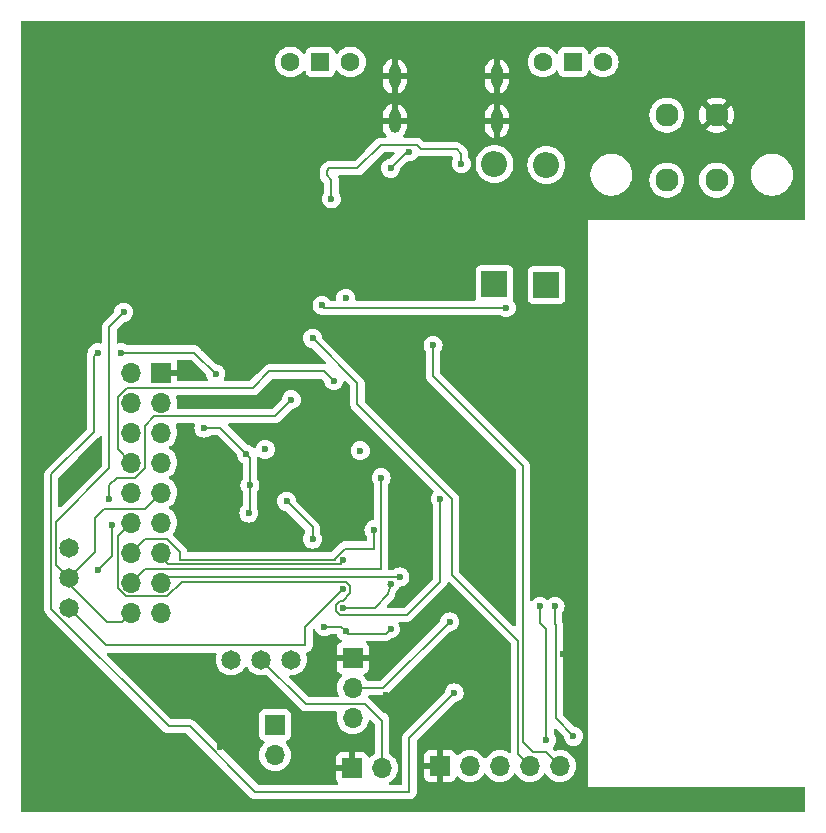
<source format=gbr>
%TF.GenerationSoftware,KiCad,Pcbnew,8.0.8*%
%TF.CreationDate,2025-03-03T07:56:09-06:00*%
%TF.ProjectId,Final Project V1,46696e61-6c20-4507-926f-6a6563742056,rev?*%
%TF.SameCoordinates,Original*%
%TF.FileFunction,Copper,L2,Bot*%
%TF.FilePolarity,Positive*%
%FSLAX46Y46*%
G04 Gerber Fmt 4.6, Leading zero omitted, Abs format (unit mm)*
G04 Created by KiCad (PCBNEW 8.0.8) date 2025-03-03 07:56:09*
%MOMM*%
%LPD*%
G01*
G04 APERTURE LIST*
%TA.AperFunction,ComponentPad*%
%ADD10C,1.651000*%
%TD*%
%TA.AperFunction,ComponentPad*%
%ADD11R,2.200000X2.200000*%
%TD*%
%TA.AperFunction,ComponentPad*%
%ADD12O,2.200000X2.200000*%
%TD*%
%TA.AperFunction,ComponentPad*%
%ADD13R,1.500000X1.500000*%
%TD*%
%TA.AperFunction,ComponentPad*%
%ADD14C,1.600000*%
%TD*%
%TA.AperFunction,HeatsinkPad*%
%ADD15C,0.600000*%
%TD*%
%TA.AperFunction,ComponentPad*%
%ADD16R,1.700000X1.700000*%
%TD*%
%TA.AperFunction,ComponentPad*%
%ADD17O,1.700000X1.700000*%
%TD*%
%TA.AperFunction,ComponentPad*%
%ADD18O,1.000000X2.000000*%
%TD*%
%TA.AperFunction,ComponentPad*%
%ADD19C,1.955800*%
%TD*%
%TA.AperFunction,ViaPad*%
%ADD20C,0.600000*%
%TD*%
%TA.AperFunction,Conductor*%
%ADD21C,0.200000*%
%TD*%
G04 APERTURE END LIST*
D10*
%TO.P,U5,1,G*%
%TO.N,Motor Power Signal*%
X187400000Y-123200000D03*
%TO.P,U5,2,D*%
%TO.N,Motor Out*%
X184860000Y-123200000D03*
%TO.P,U5,3,S*%
%TO.N,3.3V*%
X182320000Y-123200000D03*
%TD*%
%TO.P,U4,1,G*%
%TO.N,Camera Power Signal*%
X168600000Y-118851000D03*
%TO.P,U4,2,D*%
%TO.N,Camera Power*%
X168600000Y-116311000D03*
%TO.P,U4,3,S*%
%TO.N,3.3V*%
X168600000Y-113771000D03*
%TD*%
D11*
%TO.P,D2,1,K*%
%TO.N,Net-(D1-K)*%
X209000000Y-91480000D03*
D12*
%TO.P,D2,2,A*%
%TO.N,Net-(D2-A)*%
X209000000Y-81320000D03*
%TD*%
D13*
%TO.P,SW5,1,B*%
%TO.N,Net-(D2-A)*%
X211260000Y-72600000D03*
D14*
%TO.P,SW5,2,C*%
%TO.N,Net-(SW5-C)*%
X208720000Y-72600000D03*
%TO.P,SW5,3,A*%
%TO.N,unconnected-(SW5-A-Pad3)*%
X213800000Y-72600000D03*
%TD*%
D15*
%TO.P,U2,41,GND*%
%TO.N,GND*%
X202580000Y-109850000D03*
X203980000Y-109850000D03*
X201880000Y-109150000D03*
X203280000Y-109150000D03*
X204680000Y-109150000D03*
X202580000Y-108450000D03*
X203980000Y-108450000D03*
X201880000Y-107750000D03*
X203280000Y-107750000D03*
X204680000Y-107750000D03*
X202580000Y-107050000D03*
X203980000Y-107050000D03*
%TD*%
D16*
%TO.P,J6,1,Pin_1*%
%TO.N,GND*%
X176400000Y-98900000D03*
D17*
%TO.P,J6,2,Pin_2*%
%TO.N,SCL*%
X173860000Y-98900000D03*
%TO.P,J6,3,Pin_3*%
%TO.N,VS*%
X176400000Y-101440000D03*
%TO.P,J6,4,Pin_4*%
%TO.N,PCLK*%
X173860000Y-101440000D03*
%TO.P,J6,5,Pin_5*%
%TO.N,D7*%
X176400000Y-103980000D03*
%TO.P,J6,6,Pin_6*%
%TO.N,D5*%
X173860000Y-103980000D03*
%TO.P,J6,7,Pin_7*%
%TO.N,D3*%
X176400000Y-106520000D03*
%TO.P,J6,8,Pin_8*%
%TO.N,D1*%
X173860000Y-106520000D03*
%TO.P,J6,9,Pin_9*%
%TO.N,Camera Power*%
X176400000Y-109060000D03*
%TO.P,J6,10,Pin_10*%
%TO.N,Net-(J6-Pin_10)*%
X173860000Y-109060000D03*
%TO.P,J6,11,Pin_11*%
%TO.N,D0*%
X176400000Y-111600000D03*
%TO.P,J6,12,Pin_12*%
%TO.N,D2*%
X173860000Y-111600000D03*
%TO.P,J6,13,Pin_13*%
%TO.N,D4*%
X176400000Y-114140000D03*
%TO.P,J6,14,Pin_14*%
%TO.N,D6*%
X173860000Y-114140000D03*
%TO.P,J6,15,Pin_15*%
%TO.N,MCLK*%
X176400000Y-116680000D03*
%TO.P,J6,16,Pin_16*%
%TO.N,HS*%
X173860000Y-116680000D03*
%TO.P,J6,17,Pin_17*%
%TO.N,SDA*%
X176400000Y-119220000D03*
%TO.P,J6,18,Pin_18*%
%TO.N,Camera Power*%
X173860000Y-119220000D03*
%TD*%
D16*
%TO.P,J3,1,Pin_1*%
%TO.N,GND*%
X192600000Y-123060000D03*
D17*
%TO.P,J3,2,Pin_2*%
%TO.N,Hall Read*%
X192600000Y-125600000D03*
%TO.P,J3,3,Pin_3*%
%TO.N,3.3V*%
X192600000Y-128140000D03*
%TD*%
D18*
%TO.P,USB-C1,S1,SHIELD*%
%TO.N,GND*%
X204800000Y-77600000D03*
%TO.P,USB-C1,S2,SHIELD__1*%
X196160000Y-77600000D03*
%TO.P,USB-C1,S3,SHIELD__2*%
X204800000Y-73800000D03*
%TO.P,USB-C1,S4,SHIELD__3*%
X196160000Y-73800000D03*
%TD*%
D11*
%TO.P,D1,1,K*%
%TO.N,Net-(D1-K)*%
X204600000Y-91400000D03*
D12*
%TO.P,D1,2,A*%
%TO.N,Net-(D1-A)*%
X204600000Y-81240000D03*
%TD*%
D16*
%TO.P,J2,1,Pin_1*%
%TO.N,GND*%
X199980000Y-132200000D03*
D17*
%TO.P,J2,2,Pin_2*%
%TO.N,RX*%
X202520000Y-132200000D03*
%TO.P,J2,3,Pin_3*%
%TO.N,TX*%
X205060000Y-132200000D03*
%TO.P,J2,4,Pin_4*%
%TO.N,DTR*%
X207600000Y-132200000D03*
%TO.P,J2,5,Pin_5*%
%TO.N,RTS*%
X210140000Y-132200000D03*
%TD*%
D16*
%TO.P,J5,1,Pin_1*%
%TO.N,Net-(J5-Pin_1)*%
X186025000Y-128750000D03*
D17*
%TO.P,J5,2,Pin_2*%
%TO.N,3.3V*%
X186025000Y-131290000D03*
%TD*%
D13*
%TO.P,SW4,1,B*%
%TO.N,Net-(SW4-B)*%
X189860000Y-72600000D03*
D14*
%TO.P,SW4,2,C*%
%TO.N,Net-(D1-A)*%
X187320000Y-72600000D03*
%TO.P,SW4,3,A*%
%TO.N,unconnected-(SW4-A-Pad3)*%
X192400000Y-72600000D03*
%TD*%
D16*
%TO.P,J4,1,Pin_1*%
%TO.N,GND*%
X192550000Y-132375000D03*
D17*
%TO.P,J4,2,Pin_2*%
%TO.N,Motor Out*%
X195090000Y-132375000D03*
%TD*%
D19*
%TO.P,J1,4,4*%
%TO.N,unconnected-(J1-Pad4)*%
X223399998Y-82600000D03*
%TO.P,J1,3,3*%
%TO.N,unconnected-(J1-Pad3)*%
X219200000Y-82600000D03*
%TO.P,J1,2,2*%
%TO.N,GND*%
X223399998Y-77100001D03*
%TO.P,J1,1,1*%
%TO.N,Net-(SW5-C)*%
X219200000Y-77100001D03*
%TD*%
D20*
%TO.N,3.3V*%
X192000000Y-92600000D03*
X195800000Y-120600000D03*
X192000000Y-120800000D03*
X190200000Y-120400000D03*
X172200000Y-111800000D03*
X171000000Y-115600000D03*
X185200000Y-105400000D03*
%TO.N,GND*%
X182200000Y-106000000D03*
X199200000Y-106400000D03*
X198000000Y-108200000D03*
%TO.N,3.3V*%
X180000000Y-103600000D03*
X183800000Y-110800000D03*
X183900000Y-108450000D03*
X183600000Y-105800000D03*
%TO.N,GND*%
X180000000Y-96800000D03*
X169000000Y-104400000D03*
X168800000Y-107800000D03*
X178600000Y-98800000D03*
%TO.N,Net-(U2-IO0)*%
X181000000Y-99000000D03*
X173000000Y-97200000D03*
X171000000Y-97200000D03*
X201187500Y-126012500D03*
%TO.N,HS*%
X195000000Y-107800000D03*
%TO.N,D5*%
X189200000Y-113000000D03*
X187000000Y-109800000D03*
%TO.N,Camera Power*%
X173200000Y-93800000D03*
%TO.N,D0*%
X172000000Y-109600000D03*
X187400000Y-101200000D03*
%TO.N,D1*%
X191000000Y-99600000D03*
%TO.N,D2*%
X200000000Y-109600000D03*
%TO.N,D6*%
X194400000Y-112200000D03*
%TO.N,D4*%
X191800000Y-114800000D03*
%TO.N,MCLK*%
X196600000Y-116200000D03*
%TO.N,Camera Power Signal*%
X191800000Y-117200000D03*
%TO.N,GND*%
X198800000Y-91450000D03*
X210800000Y-94237500D03*
X193800000Y-89037500D03*
X211000000Y-101200000D03*
X203230000Y-77605000D03*
X187800000Y-90600000D03*
X197945000Y-82000000D03*
X201200000Y-89037500D03*
X211000000Y-118700000D03*
X210375000Y-122750000D03*
X196837500Y-85800000D03*
X195400000Y-126200000D03*
X181400000Y-130600000D03*
X208200000Y-94237500D03*
X179850000Y-90600000D03*
X175600000Y-91237500D03*
X192037500Y-83200000D03*
X201000000Y-107600000D03*
X192800000Y-80200000D03*
X197730000Y-77605000D03*
X202425000Y-122750000D03*
%TO.N,Chip_PU*%
X205600000Y-93400000D03*
X190000000Y-93200000D03*
%TO.N,RTS*%
X199400000Y-96600000D03*
%TO.N,DTR*%
X189200000Y-96000000D03*
%TO.N,Net-(U3-ISET)*%
X195800000Y-81600000D03*
X197400000Y-80200000D03*
%TO.N,Net-(U3-~{CHG})*%
X201800000Y-81200000D03*
X190800000Y-84200000D03*
%TO.N,Hall Read*%
X200800000Y-120000000D03*
%TO.N,SDA*%
X208460000Y-118700000D03*
X209000000Y-130000000D03*
%TO.N,VS*%
X193240000Y-105505000D03*
%TO.N,SCL*%
X211290000Y-129690000D03*
X209730000Y-118700000D03*
%TO.N,Manual Feed*%
X195800000Y-116800000D03*
X191800000Y-118800000D03*
%TD*%
D21*
%TO.N,3.3V*%
X192200000Y-121000000D02*
X195400000Y-121000000D01*
X192000000Y-120800000D02*
X192200000Y-121000000D01*
X195400000Y-121000000D02*
X195800000Y-120600000D01*
X191600000Y-120400000D02*
X192000000Y-120800000D01*
X190200000Y-120400000D02*
X191600000Y-120400000D01*
X172200000Y-114400000D02*
X172200000Y-111800000D01*
X171000000Y-115600000D02*
X172200000Y-114400000D01*
X181400000Y-103600000D02*
X180000000Y-103600000D01*
X183600000Y-105800000D02*
X181400000Y-103600000D01*
X183900000Y-108450000D02*
X183900000Y-110700000D01*
X183900000Y-110700000D02*
X183800000Y-110800000D01*
X183900000Y-106100000D02*
X183900000Y-108450000D01*
X183600000Y-105800000D02*
X183900000Y-106100000D01*
%TO.N,Net-(U2-IO0)*%
X179200000Y-97200000D02*
X181000000Y-99000000D01*
X173000000Y-97200000D02*
X179200000Y-97200000D01*
X170700000Y-97500000D02*
X171000000Y-97200000D01*
X170700000Y-103900000D02*
X170700000Y-97500000D01*
X170500000Y-104100000D02*
X170700000Y-103900000D01*
X167074500Y-107525500D02*
X170500000Y-104100000D01*
X177005831Y-128848529D02*
X167074500Y-118917198D01*
X167074500Y-118917198D02*
X167074500Y-107525500D01*
X178800000Y-128848529D02*
X177005831Y-128848529D01*
X184351471Y-134400000D02*
X178800000Y-128848529D01*
X197400000Y-134400000D02*
X184351471Y-134400000D01*
X197400000Y-129800000D02*
X197400000Y-134400000D01*
X201187500Y-126012500D02*
X197400000Y-129800000D01*
%TO.N,HS*%
X195000000Y-115530000D02*
X195000000Y-107800000D01*
%TO.N,D5*%
X189200000Y-112000000D02*
X189200000Y-113000000D01*
X187000000Y-109800000D02*
X189200000Y-112000000D01*
%TO.N,Camera Power*%
X167474500Y-115185500D02*
X168600000Y-116311000D01*
X167474500Y-111525500D02*
X167474500Y-115185500D01*
X172000000Y-95000000D02*
X172000000Y-107000000D01*
X172000000Y-107000000D02*
X167474500Y-111525500D01*
X173200000Y-93800000D02*
X172000000Y-95000000D01*
%TO.N,D0*%
X172000000Y-108400000D02*
X172000000Y-109600000D01*
X174206346Y-107800000D02*
X172600000Y-107800000D01*
X175010000Y-106996346D02*
X174206346Y-107800000D01*
X172600000Y-107800000D02*
X172000000Y-108400000D01*
X175010000Y-103390000D02*
X175010000Y-106996346D01*
X175810000Y-102590000D02*
X175010000Y-103390000D01*
X186010000Y-102590000D02*
X175810000Y-102590000D01*
X187400000Y-101200000D02*
X186010000Y-102590000D01*
%TO.N,D1*%
X185551471Y-98800000D02*
X190200000Y-98800000D01*
X190200000Y-98800000D02*
X191000000Y-99600000D01*
X176400000Y-100200000D02*
X184151471Y-100200000D01*
X173473654Y-100200000D02*
X176400000Y-100200000D01*
X184151471Y-100200000D02*
X185551471Y-98800000D01*
X172710000Y-100963654D02*
X173473654Y-100200000D01*
X172710000Y-105370000D02*
X172710000Y-100963654D01*
X173860000Y-106520000D02*
X172710000Y-105370000D01*
%TO.N,D2*%
X200000000Y-116600000D02*
X200000000Y-109600000D01*
X197200000Y-119400000D02*
X200000000Y-116600000D01*
X191200000Y-119048529D02*
X191551471Y-119400000D01*
X191200000Y-118551471D02*
X191200000Y-119048529D01*
X191551471Y-118200000D02*
X191200000Y-118551471D01*
X191800000Y-118200000D02*
X191551471Y-118200000D01*
X192400000Y-117600000D02*
X191800000Y-118200000D01*
X178106346Y-116600000D02*
X192048529Y-116600000D01*
X192400000Y-116951471D02*
X192400000Y-117600000D01*
X176876346Y-117830000D02*
X178106346Y-116600000D01*
X191551471Y-119400000D02*
X197200000Y-119400000D01*
X172710000Y-117156346D02*
X173383654Y-117830000D01*
X173383654Y-117830000D02*
X176876346Y-117830000D01*
X172710000Y-112750000D02*
X172710000Y-117156346D01*
X192048529Y-116600000D02*
X192400000Y-116951471D01*
X173860000Y-111600000D02*
X172710000Y-112750000D01*
%TO.N,D6*%
X194400000Y-113800000D02*
X194400000Y-112200000D01*
X191951471Y-113800000D02*
X194400000Y-113800000D01*
X191070000Y-114681471D02*
X191951471Y-113800000D01*
X191070000Y-114730000D02*
X191070000Y-114681471D01*
%TO.N,D4*%
X191600000Y-115000000D02*
X191800000Y-114800000D01*
X191600000Y-115130000D02*
X191600000Y-115000000D01*
%TO.N,D6*%
X178000000Y-114730000D02*
X191070000Y-114730000D01*
X175010000Y-112990000D02*
X176876346Y-112990000D01*
X178000000Y-114113654D02*
X178000000Y-114730000D01*
X176876346Y-112990000D02*
X178000000Y-114113654D01*
X173860000Y-114140000D02*
X175010000Y-112990000D01*
%TO.N,D4*%
X176930000Y-115130000D02*
X191600000Y-115130000D01*
X176400000Y-114600000D02*
X176930000Y-115130000D01*
X176400000Y-114140000D02*
X176400000Y-114600000D01*
%TO.N,HS*%
X175010000Y-115530000D02*
X195000000Y-115530000D01*
X173860000Y-116680000D02*
X175010000Y-115530000D01*
%TO.N,MCLK*%
X176880000Y-116200000D02*
X196600000Y-116200000D01*
X176400000Y-116680000D02*
X176880000Y-116200000D01*
%TO.N,Camera Power*%
X170800000Y-114111000D02*
X168600000Y-116311000D01*
X170800000Y-111200000D02*
X170800000Y-114111000D01*
X171550000Y-110450000D02*
X170800000Y-111200000D01*
X176400000Y-109060000D02*
X175010000Y-110450000D01*
X175010000Y-110450000D02*
X171550000Y-110450000D01*
X171800000Y-120000000D02*
X173080000Y-120000000D01*
X173080000Y-120000000D02*
X173860000Y-119220000D01*
X168600000Y-116800000D02*
X171800000Y-120000000D01*
X168600000Y-116311000D02*
X168600000Y-116800000D01*
%TO.N,Camera Power Signal*%
X171749000Y-122000000D02*
X168600000Y-118851000D01*
X188600000Y-120400000D02*
X188600000Y-122000000D01*
X188600000Y-122000000D02*
X171749000Y-122000000D01*
X191800000Y-117200000D02*
X188600000Y-120400000D01*
%TO.N,Motor Out*%
X193680000Y-126990000D02*
X195090000Y-128400000D01*
X188650000Y-126990000D02*
X193680000Y-126990000D01*
X184860000Y-123200000D02*
X188650000Y-126990000D01*
X195090000Y-128310000D02*
X195090000Y-128400000D01*
X195090000Y-128400000D02*
X195090000Y-132375000D01*
%TO.N,Chip_PU*%
X205600000Y-93400000D02*
X190200000Y-93400000D01*
X190200000Y-93400000D02*
X190000000Y-93200000D01*
%TO.N,RTS*%
X207000000Y-130200000D02*
X207850000Y-131050000D01*
X207850000Y-131050000D02*
X208990000Y-131050000D01*
X208990000Y-131050000D02*
X210140000Y-132200000D01*
X199400000Y-96600000D02*
X199400000Y-99200000D01*
X199400000Y-99200000D02*
X207000000Y-106800000D01*
X207000000Y-106800000D02*
X207000000Y-130200000D01*
%TO.N,DTR*%
X193000000Y-101600000D02*
X201000000Y-109600000D01*
X193000000Y-99800000D02*
X193000000Y-101600000D01*
X201000000Y-116000000D02*
X206600000Y-121600000D01*
X189200000Y-96000000D02*
X193000000Y-99800000D01*
X201000000Y-109600000D02*
X201000000Y-116000000D01*
X206600000Y-131200000D02*
X207600000Y-132200000D01*
X206600000Y-121600000D02*
X206600000Y-131200000D01*
%TO.N,Net-(U3-ISET)*%
X195800000Y-81600000D02*
X197200000Y-80200000D01*
X197200000Y-80200000D02*
X197400000Y-80200000D01*
%TO.N,Net-(U3-~{CHG})*%
X198400000Y-80000000D02*
X198000000Y-79600000D01*
X190600000Y-81600000D02*
X190400000Y-81800000D01*
X201400000Y-80000000D02*
X198400000Y-80000000D01*
X195000000Y-79600000D02*
X193000000Y-81600000D01*
X198000000Y-79600000D02*
X195000000Y-79600000D01*
X201800000Y-81200000D02*
X201800000Y-80400000D01*
X190400000Y-82200000D02*
X190800000Y-82600000D01*
X201800000Y-80400000D02*
X201400000Y-80000000D01*
X190800000Y-82600000D02*
X190800000Y-84200000D01*
X190400000Y-81800000D02*
X190400000Y-82200000D01*
X193000000Y-81600000D02*
X190600000Y-81600000D01*
%TO.N,Hall Read*%
X200800000Y-120000000D02*
X195200000Y-125600000D01*
X195200000Y-125600000D02*
X192600000Y-125600000D01*
%TO.N,SDA*%
X209000000Y-130000000D02*
X209000000Y-120600000D01*
X208460000Y-120060000D02*
X208460000Y-118700000D01*
X209000000Y-120600000D02*
X208460000Y-120060000D01*
%TO.N,SCL*%
X209775000Y-120225000D02*
X209730000Y-120180000D01*
X211290000Y-129690000D02*
X209775000Y-128175000D01*
X209775000Y-128175000D02*
X209775000Y-120225000D01*
X209730000Y-120180000D02*
X209730000Y-118700000D01*
%TO.N,Manual Feed*%
X195600000Y-117648529D02*
X195800000Y-116800000D01*
X194448529Y-118800000D02*
X195600000Y-117648529D01*
X195800000Y-116800000D02*
X195600000Y-116800000D01*
X191800000Y-118800000D02*
X194448529Y-118800000D01*
%TD*%
%TA.AperFunction,Conductor*%
%TO.N,GND*%
G36*
X181013298Y-122620185D02*
G01*
X181059053Y-122672989D01*
X181068997Y-122742147D01*
X181066034Y-122756593D01*
X181009158Y-122968857D01*
X181009156Y-122968867D01*
X180988935Y-123199999D01*
X180988935Y-123200000D01*
X181009156Y-123431132D01*
X181009158Y-123431142D01*
X181069205Y-123655243D01*
X181069207Y-123655247D01*
X181069208Y-123655251D01*
X181118236Y-123760392D01*
X181167263Y-123865532D01*
X181167264Y-123865533D01*
X181300345Y-124055592D01*
X181464408Y-124219655D01*
X181654467Y-124352736D01*
X181864749Y-124450792D01*
X181864755Y-124450793D01*
X181864756Y-124450794D01*
X181907093Y-124462138D01*
X182088863Y-124510843D01*
X182263410Y-124526114D01*
X182319999Y-124531065D01*
X182320000Y-124531065D01*
X182320001Y-124531065D01*
X182358522Y-124527694D01*
X182551137Y-124510843D01*
X182775251Y-124450792D01*
X182985533Y-124352736D01*
X183175592Y-124219655D01*
X183339655Y-124055592D01*
X183472736Y-123865533D01*
X183477617Y-123855064D01*
X183523788Y-123802624D01*
X183590981Y-123783471D01*
X183657863Y-123803685D01*
X183702382Y-123855064D01*
X183707264Y-123865533D01*
X183840345Y-124055592D01*
X184004408Y-124219655D01*
X184194467Y-124352736D01*
X184404749Y-124450792D01*
X184404755Y-124450793D01*
X184404756Y-124450794D01*
X184447093Y-124462138D01*
X184628863Y-124510843D01*
X184803410Y-124526114D01*
X184859999Y-124531065D01*
X184860000Y-124531065D01*
X184860001Y-124531065D01*
X184876018Y-124529663D01*
X185091137Y-124510843D01*
X185203752Y-124480667D01*
X185273600Y-124482330D01*
X185323526Y-124512761D01*
X188165139Y-127354374D01*
X188165149Y-127354385D01*
X188169479Y-127358715D01*
X188169480Y-127358716D01*
X188281284Y-127470520D01*
X188281286Y-127470521D01*
X188281290Y-127470524D01*
X188405875Y-127542452D01*
X188418216Y-127549577D01*
X188530019Y-127579534D01*
X188570942Y-127590500D01*
X188570943Y-127590500D01*
X191187497Y-127590500D01*
X191254536Y-127610185D01*
X191300291Y-127662989D01*
X191310235Y-127732147D01*
X191307272Y-127746593D01*
X191264938Y-127904586D01*
X191264936Y-127904596D01*
X191244341Y-128139999D01*
X191244341Y-128140000D01*
X191264936Y-128375403D01*
X191264938Y-128375413D01*
X191326094Y-128603655D01*
X191326096Y-128603659D01*
X191326097Y-128603663D01*
X191358774Y-128673739D01*
X191425965Y-128817830D01*
X191425967Y-128817834D01*
X191448305Y-128849735D01*
X191561505Y-129011401D01*
X191728599Y-129178495D01*
X191783940Y-129217245D01*
X191922165Y-129314032D01*
X191922167Y-129314033D01*
X191922170Y-129314035D01*
X192136337Y-129413903D01*
X192364592Y-129475063D01*
X192552918Y-129491539D01*
X192599999Y-129495659D01*
X192600000Y-129495659D01*
X192600001Y-129495659D01*
X192639234Y-129492226D01*
X192835408Y-129475063D01*
X193063663Y-129413903D01*
X193277830Y-129314035D01*
X193471401Y-129178495D01*
X193638495Y-129011401D01*
X193774035Y-128817830D01*
X193873903Y-128603663D01*
X193935063Y-128375408D01*
X193935064Y-128375391D01*
X193935836Y-128371021D01*
X193966862Y-128308417D01*
X194026808Y-128272525D01*
X194096642Y-128274740D01*
X194145634Y-128304869D01*
X194453181Y-128612416D01*
X194486666Y-128673739D01*
X194489500Y-128700097D01*
X194489500Y-131085908D01*
X194469815Y-131152947D01*
X194417914Y-131198286D01*
X194412173Y-131200963D01*
X194412169Y-131200965D01*
X194218600Y-131336503D01*
X194096284Y-131458819D01*
X194034961Y-131492303D01*
X193965269Y-131487319D01*
X193909336Y-131445447D01*
X193892421Y-131414470D01*
X193843354Y-131282913D01*
X193843350Y-131282906D01*
X193757190Y-131167812D01*
X193757187Y-131167809D01*
X193642093Y-131081649D01*
X193642086Y-131081645D01*
X193507379Y-131031403D01*
X193507372Y-131031401D01*
X193447844Y-131025000D01*
X192800000Y-131025000D01*
X192800000Y-131941988D01*
X192742993Y-131909075D01*
X192615826Y-131875000D01*
X192484174Y-131875000D01*
X192357007Y-131909075D01*
X192300000Y-131941988D01*
X192300000Y-131025000D01*
X191652155Y-131025000D01*
X191592627Y-131031401D01*
X191592620Y-131031403D01*
X191457913Y-131081645D01*
X191457906Y-131081649D01*
X191342812Y-131167809D01*
X191342809Y-131167812D01*
X191256649Y-131282906D01*
X191256645Y-131282913D01*
X191206403Y-131417620D01*
X191206401Y-131417627D01*
X191200000Y-131477155D01*
X191200000Y-132125000D01*
X192116988Y-132125000D01*
X192084075Y-132182007D01*
X192050000Y-132309174D01*
X192050000Y-132440826D01*
X192084075Y-132567993D01*
X192116988Y-132625000D01*
X191200000Y-132625000D01*
X191200000Y-133272844D01*
X191206401Y-133332372D01*
X191206403Y-133332379D01*
X191256645Y-133467086D01*
X191256649Y-133467093D01*
X191342809Y-133582187D01*
X191348441Y-133587819D01*
X191381926Y-133649142D01*
X191376942Y-133718834D01*
X191335070Y-133774767D01*
X191269606Y-133799184D01*
X191260760Y-133799500D01*
X184651569Y-133799500D01*
X184584530Y-133779815D01*
X184563888Y-133763181D01*
X182090706Y-131289999D01*
X184669341Y-131289999D01*
X184669341Y-131290000D01*
X184689936Y-131525403D01*
X184689938Y-131525413D01*
X184751094Y-131753655D01*
X184751096Y-131753659D01*
X184751097Y-131753663D01*
X184807678Y-131875000D01*
X184850965Y-131967830D01*
X184850967Y-131967834D01*
X184921100Y-132067993D01*
X184986505Y-132161401D01*
X185153599Y-132328495D01*
X185204011Y-132363794D01*
X185347165Y-132464032D01*
X185347167Y-132464033D01*
X185347170Y-132464035D01*
X185561337Y-132563903D01*
X185789592Y-132625063D01*
X185977918Y-132641539D01*
X186024999Y-132645659D01*
X186025000Y-132645659D01*
X186025001Y-132645659D01*
X186064234Y-132642226D01*
X186260408Y-132625063D01*
X186488663Y-132563903D01*
X186702830Y-132464035D01*
X186896401Y-132328495D01*
X187063495Y-132161401D01*
X187199035Y-131967830D01*
X187298903Y-131753663D01*
X187360063Y-131525408D01*
X187380659Y-131290000D01*
X187360063Y-131054592D01*
X187298903Y-130826337D01*
X187199035Y-130612171D01*
X187122076Y-130502262D01*
X187063496Y-130418600D01*
X187033979Y-130389083D01*
X186941567Y-130296671D01*
X186908084Y-130235351D01*
X186913068Y-130165659D01*
X186954939Y-130109725D01*
X186985915Y-130092810D01*
X187117331Y-130043796D01*
X187232546Y-129957546D01*
X187318796Y-129842331D01*
X187369091Y-129707483D01*
X187375500Y-129647873D01*
X187375499Y-127852128D01*
X187369091Y-127792517D01*
X187351962Y-127746593D01*
X187318797Y-127657671D01*
X187318793Y-127657664D01*
X187232547Y-127542455D01*
X187232544Y-127542452D01*
X187117335Y-127456206D01*
X187117328Y-127456202D01*
X186982482Y-127405908D01*
X186982483Y-127405908D01*
X186922883Y-127399501D01*
X186922881Y-127399500D01*
X186922873Y-127399500D01*
X186922864Y-127399500D01*
X185127129Y-127399500D01*
X185127123Y-127399501D01*
X185067516Y-127405908D01*
X184932671Y-127456202D01*
X184932664Y-127456206D01*
X184817455Y-127542452D01*
X184817452Y-127542455D01*
X184731206Y-127657664D01*
X184731202Y-127657671D01*
X184680908Y-127792517D01*
X184674501Y-127852116D01*
X184674501Y-127852123D01*
X184674500Y-127852135D01*
X184674500Y-129647870D01*
X184674501Y-129647876D01*
X184680908Y-129707483D01*
X184731202Y-129842328D01*
X184731206Y-129842335D01*
X184817452Y-129957544D01*
X184817455Y-129957547D01*
X184932664Y-130043793D01*
X184932671Y-130043797D01*
X185064081Y-130092810D01*
X185120015Y-130134681D01*
X185144432Y-130200145D01*
X185129580Y-130268418D01*
X185108430Y-130296673D01*
X184986503Y-130418600D01*
X184850965Y-130612169D01*
X184850964Y-130612171D01*
X184751098Y-130826335D01*
X184751094Y-130826344D01*
X184689938Y-131054586D01*
X184689936Y-131054596D01*
X184669341Y-131289999D01*
X182090706Y-131289999D01*
X179287590Y-128486884D01*
X179287588Y-128486881D01*
X179168717Y-128368010D01*
X179168716Y-128368009D01*
X179081904Y-128317889D01*
X179081904Y-128317888D01*
X179081900Y-128317887D01*
X179031785Y-128288952D01*
X178879057Y-128248028D01*
X178720943Y-128248028D01*
X178713347Y-128248028D01*
X178713331Y-128248029D01*
X177305928Y-128248029D01*
X177238889Y-128228344D01*
X177218247Y-128211710D01*
X171818718Y-122812181D01*
X171785233Y-122750858D01*
X171790217Y-122681166D01*
X171832089Y-122625233D01*
X171897553Y-122600816D01*
X171906399Y-122600500D01*
X180946259Y-122600500D01*
X181013298Y-122620185D01*
G37*
%TD.AperFunction*%
%TA.AperFunction,Conductor*%
G36*
X189368607Y-120583141D02*
G01*
X189424540Y-120625013D01*
X189442315Y-120658369D01*
X189474210Y-120749521D01*
X189536551Y-120848735D01*
X189570184Y-120902262D01*
X189697738Y-121029816D01*
X189850478Y-121125789D01*
X190020745Y-121185368D01*
X190020750Y-121185369D01*
X190199996Y-121205565D01*
X190200000Y-121205565D01*
X190200004Y-121205565D01*
X190379249Y-121185369D01*
X190379252Y-121185368D01*
X190379255Y-121185368D01*
X190549522Y-121125789D01*
X190702262Y-121029816D01*
X190702267Y-121029810D01*
X190705097Y-121027555D01*
X190707275Y-121026665D01*
X190708158Y-121026111D01*
X190708255Y-121026265D01*
X190769783Y-121001145D01*
X190782412Y-121000500D01*
X191134083Y-121000500D01*
X191201122Y-121020185D01*
X191246877Y-121072989D01*
X191251125Y-121083546D01*
X191274210Y-121149521D01*
X191296735Y-121185369D01*
X191370184Y-121302262D01*
X191497738Y-121429816D01*
X191625462Y-121510070D01*
X191671753Y-121562405D01*
X191682401Y-121631458D01*
X191654026Y-121695307D01*
X191602824Y-121731246D01*
X191507911Y-121766646D01*
X191507906Y-121766649D01*
X191392812Y-121852809D01*
X191392809Y-121852812D01*
X191306649Y-121967906D01*
X191306645Y-121967913D01*
X191256403Y-122102620D01*
X191256401Y-122102627D01*
X191250000Y-122162155D01*
X191250000Y-122810000D01*
X192166988Y-122810000D01*
X192134075Y-122867007D01*
X192100000Y-122994174D01*
X192100000Y-123125826D01*
X192134075Y-123252993D01*
X192166988Y-123310000D01*
X191250000Y-123310000D01*
X191250000Y-123957844D01*
X191256401Y-124017372D01*
X191256403Y-124017379D01*
X191306645Y-124152086D01*
X191306649Y-124152093D01*
X191392809Y-124267187D01*
X191392812Y-124267190D01*
X191507906Y-124353350D01*
X191507913Y-124353354D01*
X191639470Y-124402421D01*
X191695403Y-124444292D01*
X191719821Y-124509756D01*
X191704970Y-124578029D01*
X191683819Y-124606284D01*
X191561503Y-124728600D01*
X191425965Y-124922169D01*
X191425964Y-124922171D01*
X191326098Y-125136335D01*
X191326094Y-125136344D01*
X191264938Y-125364586D01*
X191264936Y-125364596D01*
X191244341Y-125599999D01*
X191244341Y-125600000D01*
X191264936Y-125835403D01*
X191264938Y-125835413D01*
X191326094Y-126063655D01*
X191326097Y-126063664D01*
X191357330Y-126130642D01*
X191395779Y-126213096D01*
X191406271Y-126282172D01*
X191377751Y-126345956D01*
X191319275Y-126384196D01*
X191283397Y-126389500D01*
X188950097Y-126389500D01*
X188883058Y-126369815D01*
X188862416Y-126353181D01*
X187246714Y-124737479D01*
X187213229Y-124676156D01*
X187218213Y-124606464D01*
X187260085Y-124550531D01*
X187325549Y-124526114D01*
X187345192Y-124526269D01*
X187400000Y-124531065D01*
X187631137Y-124510843D01*
X187855251Y-124450792D01*
X188065533Y-124352736D01*
X188255592Y-124219655D01*
X188419655Y-124055592D01*
X188552736Y-123865533D01*
X188650792Y-123655251D01*
X188710843Y-123431137D01*
X188731065Y-123200000D01*
X188710843Y-122968863D01*
X188650792Y-122744749D01*
X188649391Y-122739519D01*
X188651222Y-122739028D01*
X188647314Y-122677665D01*
X188681277Y-122616605D01*
X188736174Y-122585195D01*
X188831784Y-122559577D01*
X188968716Y-122480520D01*
X189080520Y-122368716D01*
X189159577Y-122231784D01*
X189200500Y-122079057D01*
X189200500Y-120700096D01*
X189220185Y-120633057D01*
X189236815Y-120612419D01*
X189237593Y-120611641D01*
X189298915Y-120578157D01*
X189368607Y-120583141D01*
G37*
%TD.AperFunction*%
%TA.AperFunction,Conductor*%
G36*
X189966942Y-99420185D02*
G01*
X189987584Y-99436819D01*
X190169298Y-99618533D01*
X190202783Y-99679856D01*
X190204837Y-99692330D01*
X190214630Y-99779249D01*
X190274210Y-99949521D01*
X190313730Y-100012416D01*
X190370184Y-100102262D01*
X190497738Y-100229816D01*
X190650478Y-100325789D01*
X190820745Y-100385368D01*
X190820750Y-100385369D01*
X190999996Y-100405565D01*
X191000000Y-100405565D01*
X191000004Y-100405565D01*
X191179249Y-100385369D01*
X191179252Y-100385368D01*
X191179255Y-100385368D01*
X191349522Y-100325789D01*
X191502262Y-100229816D01*
X191629816Y-100102262D01*
X191725789Y-99949522D01*
X191785368Y-99779255D01*
X191791439Y-99725375D01*
X191818505Y-99660960D01*
X191876099Y-99621405D01*
X191945936Y-99619266D01*
X192002340Y-99651576D01*
X192363181Y-100012416D01*
X192396666Y-100073739D01*
X192399500Y-100100097D01*
X192399500Y-101513330D01*
X192399499Y-101513348D01*
X192399499Y-101679054D01*
X192399498Y-101679054D01*
X192440423Y-101831785D01*
X192469358Y-101881900D01*
X192469359Y-101881904D01*
X192469360Y-101881904D01*
X192519479Y-101968714D01*
X192519481Y-101968717D01*
X192638349Y-102087585D01*
X192638355Y-102087590D01*
X199421662Y-108870897D01*
X199455147Y-108932220D01*
X199450163Y-109001912D01*
X199421663Y-109046258D01*
X199370184Y-109097737D01*
X199274211Y-109250476D01*
X199214632Y-109420744D01*
X199214630Y-109420750D01*
X199194435Y-109599996D01*
X199194435Y-109600003D01*
X199214630Y-109779249D01*
X199214631Y-109779254D01*
X199274211Y-109949523D01*
X199370185Y-110102263D01*
X199372445Y-110105097D01*
X199373334Y-110107275D01*
X199373889Y-110108158D01*
X199373734Y-110108255D01*
X199398855Y-110169783D01*
X199399500Y-110182412D01*
X199399500Y-116299903D01*
X199379815Y-116366942D01*
X199363181Y-116387584D01*
X196987584Y-118763181D01*
X196926261Y-118796666D01*
X196899903Y-118799500D01*
X195597626Y-118799500D01*
X195530587Y-118779815D01*
X195484832Y-118727011D01*
X195474888Y-118657853D01*
X195503913Y-118594297D01*
X195509945Y-118587819D01*
X195841988Y-118255775D01*
X195965053Y-118132709D01*
X195977119Y-118123159D01*
X195976819Y-118122792D01*
X195983112Y-118117653D01*
X195985382Y-118115241D01*
X196029826Y-118068014D01*
X196032347Y-118065415D01*
X196080519Y-118017245D01*
X196080521Y-118017240D01*
X196080523Y-118017239D01*
X196085471Y-118010792D01*
X196085848Y-118011081D01*
X196087111Y-118009383D01*
X196086725Y-118009105D01*
X196091475Y-118002509D01*
X196091474Y-118002509D01*
X196091477Y-118002507D01*
X196123730Y-117942510D01*
X196125530Y-117939282D01*
X196159577Y-117880314D01*
X196159578Y-117880309D01*
X196162687Y-117872806D01*
X196163128Y-117872988D01*
X196163912Y-117871012D01*
X196163465Y-117870843D01*
X196166343Y-117863247D01*
X196166347Y-117863241D01*
X196181965Y-117796975D01*
X196182869Y-117793382D01*
X196200501Y-117727586D01*
X196200501Y-117727578D01*
X196201562Y-117719527D01*
X196202031Y-117719588D01*
X196203808Y-117704306D01*
X196209759Y-117679057D01*
X196250971Y-117504206D01*
X196285510Y-117443471D01*
X196297043Y-117434438D01*
X196296819Y-117434157D01*
X196302258Y-117429819D01*
X196302259Y-117429817D01*
X196302262Y-117429816D01*
X196429816Y-117302262D01*
X196525789Y-117149522D01*
X196549449Y-117081903D01*
X196590168Y-117025128D01*
X196652606Y-116999637D01*
X196732683Y-116990615D01*
X196779249Y-116985369D01*
X196779252Y-116985368D01*
X196779255Y-116985368D01*
X196949522Y-116925789D01*
X197102262Y-116829816D01*
X197229816Y-116702262D01*
X197325789Y-116549522D01*
X197385368Y-116379255D01*
X197385369Y-116379249D01*
X197405565Y-116200003D01*
X197405565Y-116199996D01*
X197385369Y-116020750D01*
X197385368Y-116020745D01*
X197342451Y-115898096D01*
X197325789Y-115850478D01*
X197229816Y-115697738D01*
X197102262Y-115570184D01*
X197027034Y-115522915D01*
X196949523Y-115474211D01*
X196779254Y-115414631D01*
X196779249Y-115414630D01*
X196600004Y-115394435D01*
X196599996Y-115394435D01*
X196420750Y-115414630D01*
X196420745Y-115414631D01*
X196250476Y-115474211D01*
X196097736Y-115570185D01*
X196094903Y-115572445D01*
X196092724Y-115573334D01*
X196091842Y-115573889D01*
X196091744Y-115573734D01*
X196030217Y-115598855D01*
X196017588Y-115599500D01*
X195724500Y-115599500D01*
X195657461Y-115579815D01*
X195611706Y-115527011D01*
X195600500Y-115475500D01*
X195600500Y-108382412D01*
X195620185Y-108315373D01*
X195627555Y-108305097D01*
X195629810Y-108302267D01*
X195629816Y-108302262D01*
X195725789Y-108149522D01*
X195785368Y-107979255D01*
X195788920Y-107947734D01*
X195805565Y-107800003D01*
X195805565Y-107799996D01*
X195785369Y-107620750D01*
X195785368Y-107620745D01*
X195763585Y-107558493D01*
X195725789Y-107450478D01*
X195629816Y-107297738D01*
X195502262Y-107170184D01*
X195480933Y-107156782D01*
X195349523Y-107074211D01*
X195179254Y-107014631D01*
X195179249Y-107014630D01*
X195000004Y-106994435D01*
X194999996Y-106994435D01*
X194820750Y-107014630D01*
X194820745Y-107014631D01*
X194650476Y-107074211D01*
X194497737Y-107170184D01*
X194370184Y-107297737D01*
X194274211Y-107450476D01*
X194214631Y-107620745D01*
X194214630Y-107620750D01*
X194194435Y-107799996D01*
X194194435Y-107800003D01*
X194214630Y-107979249D01*
X194214631Y-107979254D01*
X194274211Y-108149523D01*
X194370185Y-108302263D01*
X194372445Y-108305097D01*
X194373334Y-108307275D01*
X194373889Y-108308158D01*
X194373734Y-108308255D01*
X194398855Y-108369783D01*
X194399500Y-108382412D01*
X194399500Y-111283677D01*
X194379815Y-111350716D01*
X194327011Y-111396471D01*
X194289384Y-111406897D01*
X194220750Y-111414630D01*
X194050478Y-111474210D01*
X193897737Y-111570184D01*
X193770184Y-111697737D01*
X193674211Y-111850476D01*
X193614631Y-112020745D01*
X193614630Y-112020750D01*
X193594435Y-112199996D01*
X193594435Y-112200003D01*
X193614630Y-112379249D01*
X193614631Y-112379254D01*
X193674211Y-112549523D01*
X193719302Y-112621284D01*
X193752952Y-112674838D01*
X193770185Y-112702263D01*
X193772445Y-112705097D01*
X193773334Y-112707275D01*
X193773889Y-112708158D01*
X193773734Y-112708255D01*
X193798855Y-112769783D01*
X193799500Y-112782412D01*
X193799500Y-113075500D01*
X193779815Y-113142539D01*
X193727011Y-113188294D01*
X193675500Y-113199500D01*
X191872413Y-113199500D01*
X191719685Y-113240423D01*
X191697265Y-113253368D01*
X191697264Y-113253368D01*
X191582758Y-113319477D01*
X191582753Y-113319481D01*
X191470951Y-113431284D01*
X191470949Y-113431286D01*
X191131236Y-113771000D01*
X190809055Y-114093181D01*
X190747732Y-114126666D01*
X190721374Y-114129500D01*
X178721079Y-114129500D01*
X178654040Y-114109815D01*
X178608285Y-114057011D01*
X178601304Y-114037595D01*
X178600501Y-114034597D01*
X178559577Y-113881870D01*
X178548258Y-113862265D01*
X178480524Y-113744944D01*
X178480518Y-113744936D01*
X177976005Y-113240423D01*
X177410418Y-112674837D01*
X177376934Y-112613515D01*
X177381918Y-112543823D01*
X177410416Y-112499479D01*
X177438495Y-112471401D01*
X177574035Y-112277830D01*
X177673903Y-112063663D01*
X177735063Y-111835408D01*
X177755659Y-111600000D01*
X177735063Y-111364592D01*
X177673903Y-111136337D01*
X177574035Y-110922171D01*
X177571181Y-110918094D01*
X177438494Y-110728597D01*
X177271402Y-110561506D01*
X177271396Y-110561501D01*
X177085842Y-110431575D01*
X177042217Y-110376998D01*
X177035023Y-110307500D01*
X177066546Y-110245145D01*
X177085842Y-110228425D01*
X177119668Y-110204740D01*
X177271401Y-110098495D01*
X177438495Y-109931401D01*
X177574035Y-109737830D01*
X177673903Y-109523663D01*
X177735063Y-109295408D01*
X177755659Y-109060000D01*
X177735063Y-108824592D01*
X177682722Y-108629249D01*
X177673905Y-108596344D01*
X177673904Y-108596343D01*
X177673903Y-108596337D01*
X177574035Y-108382171D01*
X177568425Y-108374158D01*
X177438494Y-108188597D01*
X177271402Y-108021506D01*
X177271396Y-108021501D01*
X177085842Y-107891575D01*
X177042217Y-107836998D01*
X177035023Y-107767500D01*
X177066546Y-107705145D01*
X177085842Y-107688425D01*
X177108026Y-107672891D01*
X177271401Y-107558495D01*
X177438495Y-107391401D01*
X177574035Y-107197830D01*
X177673903Y-106983663D01*
X177735063Y-106755408D01*
X177755659Y-106520000D01*
X177735063Y-106284592D01*
X177673903Y-106056337D01*
X177574035Y-105842171D01*
X177522465Y-105768520D01*
X177438494Y-105648597D01*
X177271402Y-105481506D01*
X177271396Y-105481501D01*
X177085842Y-105351575D01*
X177042217Y-105296998D01*
X177035023Y-105227500D01*
X177066546Y-105165145D01*
X177085842Y-105148425D01*
X177191830Y-105074211D01*
X177271401Y-105018495D01*
X177438495Y-104851401D01*
X177574035Y-104657830D01*
X177673903Y-104443663D01*
X177735063Y-104215408D01*
X177755659Y-103980000D01*
X177755576Y-103979057D01*
X177741743Y-103820942D01*
X177735063Y-103744592D01*
X177673903Y-103516337D01*
X177604220Y-103366904D01*
X177593729Y-103297828D01*
X177622249Y-103234044D01*
X177680725Y-103195804D01*
X177716603Y-103190500D01*
X179120436Y-103190500D01*
X179187475Y-103210185D01*
X179233230Y-103262989D01*
X179243174Y-103332147D01*
X179237478Y-103355455D01*
X179214631Y-103420745D01*
X179214630Y-103420750D01*
X179194435Y-103599996D01*
X179194435Y-103600003D01*
X179214630Y-103779249D01*
X179214631Y-103779254D01*
X179274211Y-103949523D01*
X179370184Y-104102262D01*
X179497738Y-104229816D01*
X179550501Y-104262969D01*
X179647156Y-104323702D01*
X179650478Y-104325789D01*
X179820745Y-104385368D01*
X179820750Y-104385369D01*
X179999996Y-104405565D01*
X180000000Y-104405565D01*
X180000004Y-104405565D01*
X180179249Y-104385369D01*
X180179252Y-104385368D01*
X180179255Y-104385368D01*
X180349522Y-104325789D01*
X180502262Y-104229816D01*
X180502267Y-104229810D01*
X180505097Y-104227555D01*
X180507275Y-104226665D01*
X180508158Y-104226111D01*
X180508255Y-104226265D01*
X180569783Y-104201145D01*
X180582412Y-104200500D01*
X181099903Y-104200500D01*
X181166942Y-104220185D01*
X181187584Y-104236819D01*
X182769298Y-105818533D01*
X182802783Y-105879856D01*
X182804837Y-105892330D01*
X182814630Y-105979249D01*
X182874210Y-106149521D01*
X182896735Y-106185369D01*
X182970184Y-106302262D01*
X183097738Y-106429816D01*
X183241474Y-106520131D01*
X183287763Y-106572463D01*
X183299500Y-106625123D01*
X183299500Y-107867587D01*
X183279815Y-107934626D01*
X183272450Y-107944896D01*
X183270186Y-107947734D01*
X183174211Y-108100476D01*
X183114631Y-108270745D01*
X183114630Y-108270750D01*
X183094435Y-108449996D01*
X183094435Y-108450003D01*
X183114630Y-108629249D01*
X183114631Y-108629254D01*
X183174211Y-108799523D01*
X183270185Y-108952263D01*
X183272445Y-108955097D01*
X183273334Y-108957275D01*
X183273889Y-108958158D01*
X183273734Y-108958255D01*
X183298855Y-109019783D01*
X183299500Y-109032412D01*
X183299500Y-110117059D01*
X183279815Y-110184098D01*
X183263182Y-110204740D01*
X183170183Y-110297739D01*
X183074211Y-110450476D01*
X183014631Y-110620745D01*
X183014630Y-110620750D01*
X182994435Y-110799996D01*
X182994435Y-110800003D01*
X183014630Y-110979249D01*
X183014631Y-110979254D01*
X183074211Y-111149523D01*
X183155603Y-111279057D01*
X183170184Y-111302262D01*
X183297738Y-111429816D01*
X183368391Y-111474210D01*
X183433544Y-111515149D01*
X183450478Y-111525789D01*
X183577352Y-111570184D01*
X183620745Y-111585368D01*
X183620750Y-111585369D01*
X183799996Y-111605565D01*
X183800000Y-111605565D01*
X183800004Y-111605565D01*
X183979249Y-111585369D01*
X183979252Y-111585368D01*
X183979255Y-111585368D01*
X184149522Y-111525789D01*
X184302262Y-111429816D01*
X184429816Y-111302262D01*
X184525789Y-111149522D01*
X184585368Y-110979255D01*
X184586612Y-110968215D01*
X184605565Y-110800003D01*
X184605565Y-110799996D01*
X184585369Y-110620750D01*
X184585366Y-110620737D01*
X184525790Y-110450479D01*
X184519506Y-110440478D01*
X184500500Y-110374507D01*
X184500500Y-109799996D01*
X186194435Y-109799996D01*
X186194435Y-109800003D01*
X186214630Y-109979249D01*
X186214631Y-109979254D01*
X186274211Y-110149523D01*
X186367235Y-110297569D01*
X186370184Y-110302262D01*
X186497738Y-110429816D01*
X186650478Y-110525789D01*
X186820745Y-110585368D01*
X186907669Y-110595161D01*
X186972080Y-110622226D01*
X186981465Y-110630700D01*
X188563181Y-112212416D01*
X188596666Y-112273739D01*
X188599500Y-112300097D01*
X188599500Y-112417587D01*
X188579815Y-112484626D01*
X188572450Y-112494896D01*
X188570186Y-112497734D01*
X188474211Y-112650476D01*
X188414631Y-112820745D01*
X188414630Y-112820750D01*
X188394435Y-112999996D01*
X188394435Y-113000003D01*
X188414630Y-113179249D01*
X188414631Y-113179254D01*
X188474211Y-113349523D01*
X188570184Y-113502262D01*
X188697738Y-113629816D01*
X188850478Y-113725789D01*
X188905203Y-113744938D01*
X189020745Y-113785368D01*
X189020750Y-113785369D01*
X189199996Y-113805565D01*
X189200000Y-113805565D01*
X189200004Y-113805565D01*
X189379249Y-113785369D01*
X189379252Y-113785368D01*
X189379255Y-113785368D01*
X189549522Y-113725789D01*
X189702262Y-113629816D01*
X189829816Y-113502262D01*
X189925789Y-113349522D01*
X189985368Y-113179255D01*
X189993682Y-113105467D01*
X190005565Y-113000003D01*
X190005565Y-112999996D01*
X189985369Y-112820750D01*
X189985368Y-112820745D01*
X189925788Y-112650476D01*
X189864371Y-112552732D01*
X189829816Y-112497738D01*
X189829814Y-112497736D01*
X189829813Y-112497734D01*
X189827550Y-112494896D01*
X189826659Y-112492715D01*
X189826111Y-112491842D01*
X189826264Y-112491745D01*
X189801144Y-112430209D01*
X189800500Y-112417587D01*
X189800500Y-112089059D01*
X189800501Y-112089046D01*
X189800501Y-111920945D01*
X189800501Y-111920943D01*
X189759577Y-111768215D01*
X189718887Y-111697738D01*
X189680520Y-111631284D01*
X189568716Y-111519480D01*
X189568715Y-111519479D01*
X189564385Y-111515149D01*
X189564374Y-111515139D01*
X187830700Y-109781465D01*
X187797215Y-109720142D01*
X187795163Y-109707686D01*
X187785368Y-109620745D01*
X187725789Y-109450478D01*
X187629816Y-109297738D01*
X187502262Y-109170184D01*
X187349523Y-109074211D01*
X187179254Y-109014631D01*
X187179249Y-109014630D01*
X187000004Y-108994435D01*
X186999996Y-108994435D01*
X186820750Y-109014630D01*
X186820745Y-109014631D01*
X186650476Y-109074211D01*
X186497737Y-109170184D01*
X186370184Y-109297737D01*
X186274211Y-109450476D01*
X186214631Y-109620745D01*
X186214630Y-109620750D01*
X186194435Y-109799996D01*
X184500500Y-109799996D01*
X184500500Y-109032412D01*
X184520185Y-108965373D01*
X184527555Y-108955097D01*
X184529810Y-108952267D01*
X184529816Y-108952262D01*
X184625789Y-108799522D01*
X184685368Y-108629255D01*
X184685369Y-108629249D01*
X184705565Y-108450003D01*
X184705565Y-108449996D01*
X184685369Y-108270750D01*
X184685368Y-108270745D01*
X184646799Y-108160522D01*
X184625789Y-108100478D01*
X184624985Y-108099199D01*
X184581195Y-108029507D01*
X184529816Y-107947738D01*
X184529814Y-107947736D01*
X184529813Y-107947734D01*
X184527550Y-107944896D01*
X184526659Y-107942715D01*
X184526111Y-107941842D01*
X184526264Y-107941745D01*
X184501144Y-107880209D01*
X184500500Y-107867587D01*
X184500500Y-106130012D01*
X184520185Y-106062973D01*
X184572989Y-106017218D01*
X184642147Y-106007274D01*
X184690532Y-106028194D01*
X184691842Y-106026111D01*
X184697737Y-106029815D01*
X184697738Y-106029816D01*
X184850478Y-106125789D01*
X185020745Y-106185368D01*
X185020750Y-106185369D01*
X185199996Y-106205565D01*
X185200000Y-106205565D01*
X185200004Y-106205565D01*
X185379249Y-106185369D01*
X185379252Y-106185368D01*
X185379255Y-106185368D01*
X185549522Y-106125789D01*
X185702262Y-106029816D01*
X185829816Y-105902262D01*
X185925789Y-105749522D01*
X185985368Y-105579255D01*
X185993734Y-105505003D01*
X185993735Y-105504996D01*
X192434435Y-105504996D01*
X192434435Y-105505003D01*
X192454630Y-105684249D01*
X192454631Y-105684254D01*
X192514211Y-105854523D01*
X192530129Y-105879856D01*
X192610184Y-106007262D01*
X192737738Y-106134816D01*
X192890478Y-106230789D01*
X193044221Y-106284586D01*
X193060745Y-106290368D01*
X193060750Y-106290369D01*
X193239996Y-106310565D01*
X193240000Y-106310565D01*
X193240004Y-106310565D01*
X193419249Y-106290369D01*
X193419252Y-106290368D01*
X193419255Y-106290368D01*
X193589522Y-106230789D01*
X193742262Y-106134816D01*
X193869816Y-106007262D01*
X193965789Y-105854522D01*
X194025368Y-105684255D01*
X194025369Y-105684249D01*
X194045565Y-105505003D01*
X194045565Y-105504996D01*
X194025369Y-105325750D01*
X194025368Y-105325745D01*
X193998864Y-105250000D01*
X193965789Y-105155478D01*
X193964882Y-105154035D01*
X193915750Y-105075842D01*
X193869816Y-105002738D01*
X193742262Y-104875184D01*
X193704402Y-104851395D01*
X193589523Y-104779211D01*
X193419254Y-104719631D01*
X193419249Y-104719630D01*
X193240004Y-104699435D01*
X193239996Y-104699435D01*
X193060750Y-104719630D01*
X193060745Y-104719631D01*
X192890476Y-104779211D01*
X192737737Y-104875184D01*
X192610184Y-105002737D01*
X192514211Y-105155476D01*
X192454631Y-105325745D01*
X192454630Y-105325750D01*
X192434435Y-105504996D01*
X185993735Y-105504996D01*
X186005565Y-105400003D01*
X186005565Y-105399996D01*
X185985369Y-105220750D01*
X185985368Y-105220745D01*
X185934664Y-105075842D01*
X185925789Y-105050478D01*
X185905691Y-105018493D01*
X185829815Y-104897737D01*
X185702262Y-104770184D01*
X185549523Y-104674211D01*
X185379254Y-104614631D01*
X185379249Y-104614630D01*
X185200004Y-104594435D01*
X185199996Y-104594435D01*
X185020750Y-104614630D01*
X185020745Y-104614631D01*
X184850476Y-104674211D01*
X184697737Y-104770184D01*
X184570184Y-104897737D01*
X184474211Y-105050476D01*
X184412332Y-105227318D01*
X184409648Y-105226378D01*
X184381738Y-105276200D01*
X184320055Y-105309018D01*
X184250422Y-105303278D01*
X184207332Y-105275254D01*
X184102262Y-105170184D01*
X183949521Y-105074210D01*
X183779249Y-105014630D01*
X183692330Y-105004837D01*
X183627916Y-104977770D01*
X183618533Y-104969298D01*
X182051416Y-103402181D01*
X182017931Y-103340858D01*
X182022915Y-103271166D01*
X182064787Y-103215233D01*
X182130251Y-103190816D01*
X182139097Y-103190500D01*
X185923331Y-103190500D01*
X185923347Y-103190501D01*
X185930943Y-103190501D01*
X186089054Y-103190501D01*
X186089057Y-103190501D01*
X186241785Y-103149577D01*
X186252802Y-103143215D01*
X186293913Y-103119481D01*
X186293914Y-103119480D01*
X186378716Y-103070520D01*
X186490520Y-102958716D01*
X186490520Y-102958714D01*
X186500724Y-102948511D01*
X186500728Y-102948506D01*
X187418535Y-102030698D01*
X187479856Y-101997215D01*
X187492311Y-101995163D01*
X187579255Y-101985368D01*
X187749522Y-101925789D01*
X187902262Y-101829816D01*
X188029816Y-101702262D01*
X188125789Y-101549522D01*
X188185368Y-101379255D01*
X188205048Y-101204592D01*
X188205565Y-101200003D01*
X188205565Y-101199996D01*
X188185369Y-101020750D01*
X188185368Y-101020745D01*
X188125788Y-100850476D01*
X188029815Y-100697737D01*
X187902262Y-100570184D01*
X187749523Y-100474211D01*
X187579254Y-100414631D01*
X187579249Y-100414630D01*
X187400004Y-100394435D01*
X187399996Y-100394435D01*
X187220750Y-100414630D01*
X187220745Y-100414631D01*
X187050476Y-100474211D01*
X186897737Y-100570184D01*
X186770184Y-100697737D01*
X186674210Y-100850478D01*
X186614630Y-101020750D01*
X186604837Y-101107668D01*
X186577770Y-101172082D01*
X186569298Y-101181465D01*
X185797584Y-101953181D01*
X185736261Y-101986666D01*
X185709903Y-101989500D01*
X177812503Y-101989500D01*
X177745464Y-101969815D01*
X177699709Y-101917011D01*
X177689765Y-101847853D01*
X177692728Y-101833407D01*
X177702195Y-101798072D01*
X177735063Y-101675408D01*
X177755659Y-101440000D01*
X177735063Y-101204592D01*
X177673903Y-100976337D01*
X177673900Y-100976331D01*
X177672053Y-100971256D01*
X177673242Y-100970822D01*
X177663677Y-100907820D01*
X177692201Y-100844038D01*
X177750679Y-100805802D01*
X177786550Y-100800500D01*
X184064802Y-100800500D01*
X184064818Y-100800501D01*
X184072414Y-100800501D01*
X184230525Y-100800501D01*
X184230528Y-100800501D01*
X184383256Y-100759577D01*
X184452704Y-100719481D01*
X184520187Y-100680520D01*
X184631991Y-100568716D01*
X184631991Y-100568714D01*
X184642195Y-100558511D01*
X184642198Y-100558506D01*
X185763887Y-99436819D01*
X185825210Y-99403334D01*
X185851568Y-99400500D01*
X189899903Y-99400500D01*
X189966942Y-99420185D01*
G37*
%TD.AperFunction*%
%TA.AperFunction,Conductor*%
G36*
X171364210Y-104261988D02*
G01*
X171396969Y-104323702D01*
X171399500Y-104348628D01*
X171399500Y-106699903D01*
X171379815Y-106766942D01*
X171363181Y-106787584D01*
X167886681Y-110264084D01*
X167825358Y-110297569D01*
X167755666Y-110292585D01*
X167699733Y-110250713D01*
X167675316Y-110185249D01*
X167675000Y-110176403D01*
X167675000Y-107825597D01*
X167694685Y-107758558D01*
X167711319Y-107737916D01*
X169323447Y-106125788D01*
X170980520Y-104468716D01*
X170980520Y-104468715D01*
X170997948Y-104451287D01*
X170997953Y-104451280D01*
X171180520Y-104268716D01*
X171180520Y-104268715D01*
X171186267Y-104262969D01*
X171188289Y-104264991D01*
X171233541Y-104231943D01*
X171303287Y-104227781D01*
X171364210Y-104261988D01*
G37*
%TD.AperFunction*%
%TA.AperFunction,Conductor*%
G36*
X178966942Y-97820185D02*
G01*
X178987584Y-97836819D01*
X180169298Y-99018533D01*
X180202783Y-99079856D01*
X180204837Y-99092330D01*
X180214630Y-99179249D01*
X180274210Y-99349521D01*
X180311915Y-99409528D01*
X180330915Y-99476765D01*
X180310547Y-99543600D01*
X180257279Y-99588814D01*
X180206921Y-99599500D01*
X177874000Y-99599500D01*
X177806961Y-99579815D01*
X177761206Y-99527011D01*
X177750000Y-99475500D01*
X177750000Y-99150000D01*
X176833012Y-99150000D01*
X176865925Y-99092993D01*
X176900000Y-98965826D01*
X176900000Y-98834174D01*
X176865925Y-98707007D01*
X176833012Y-98650000D01*
X177750000Y-98650000D01*
X177750000Y-98002172D01*
X177749999Y-98002155D01*
X177743075Y-97937756D01*
X177755480Y-97868996D01*
X177803090Y-97817859D01*
X177866364Y-97800500D01*
X178899903Y-97800500D01*
X178966942Y-97820185D01*
G37*
%TD.AperFunction*%
%TA.AperFunction,Conductor*%
G36*
X230842539Y-69120185D02*
G01*
X230888294Y-69172989D01*
X230899500Y-69224500D01*
X230899500Y-85826000D01*
X230879815Y-85893039D01*
X230827011Y-85938794D01*
X230775500Y-85950000D01*
X212490000Y-85950000D01*
X212490000Y-133950000D01*
X230775500Y-133950000D01*
X230842539Y-133969685D01*
X230888294Y-134022489D01*
X230899500Y-134074000D01*
X230899500Y-135975500D01*
X230879815Y-136042539D01*
X230827011Y-136088294D01*
X230775500Y-136099500D01*
X164624500Y-136099500D01*
X164557461Y-136079815D01*
X164511706Y-136027011D01*
X164500500Y-135975500D01*
X164500500Y-118996252D01*
X166473998Y-118996252D01*
X166514923Y-119148983D01*
X166526316Y-119168716D01*
X166593977Y-119285910D01*
X166593981Y-119285915D01*
X166712849Y-119404783D01*
X166712855Y-119404788D01*
X176520970Y-129212903D01*
X176520980Y-129212914D01*
X176525310Y-129217244D01*
X176525311Y-129217245D01*
X176637115Y-129329049D01*
X176708364Y-129370184D01*
X176774046Y-129408106D01*
X176926774Y-129449030D01*
X176926777Y-129449030D01*
X177092484Y-129449030D01*
X177092500Y-129449029D01*
X178499903Y-129449029D01*
X178566942Y-129468714D01*
X178587583Y-129485347D01*
X183982755Y-134880520D01*
X183982757Y-134880521D01*
X183982761Y-134880524D01*
X184119680Y-134959573D01*
X184119687Y-134959577D01*
X184272414Y-135000501D01*
X184272416Y-135000501D01*
X184438125Y-135000501D01*
X184438141Y-135000500D01*
X197479055Y-135000500D01*
X197479057Y-135000500D01*
X197631784Y-134959577D01*
X197768716Y-134880520D01*
X197880520Y-134768716D01*
X197959577Y-134631784D01*
X198000500Y-134479057D01*
X198000500Y-130100096D01*
X198020185Y-130033057D01*
X198036814Y-130012420D01*
X201206035Y-126843198D01*
X201267356Y-126809715D01*
X201279811Y-126807663D01*
X201366755Y-126797868D01*
X201537022Y-126738289D01*
X201689762Y-126642316D01*
X201817316Y-126514762D01*
X201913289Y-126362022D01*
X201972868Y-126191755D01*
X201985401Y-126080520D01*
X201993065Y-126012503D01*
X201993065Y-126012496D01*
X201972869Y-125833250D01*
X201972868Y-125833245D01*
X201913288Y-125662976D01*
X201817315Y-125510237D01*
X201689762Y-125382684D01*
X201537023Y-125286711D01*
X201366754Y-125227131D01*
X201366749Y-125227130D01*
X201187504Y-125206935D01*
X201187496Y-125206935D01*
X201008250Y-125227130D01*
X201008245Y-125227131D01*
X200837976Y-125286711D01*
X200685237Y-125382684D01*
X200557684Y-125510237D01*
X200461710Y-125662978D01*
X200402130Y-125833250D01*
X200392337Y-125920168D01*
X200365270Y-125984582D01*
X200356798Y-125993965D01*
X197031286Y-129319478D01*
X196919481Y-129431282D01*
X196919480Y-129431284D01*
X196881113Y-129497738D01*
X196840423Y-129568215D01*
X196799499Y-129720943D01*
X196799499Y-129720945D01*
X196799499Y-129889046D01*
X196799500Y-129889059D01*
X196799500Y-133675500D01*
X196779815Y-133742539D01*
X196727011Y-133788294D01*
X196675500Y-133799500D01*
X195790033Y-133799500D01*
X195722994Y-133779815D01*
X195677239Y-133727011D01*
X195667295Y-133657853D01*
X195696320Y-133594297D01*
X195737629Y-133563118D01*
X195737692Y-133563088D01*
X195767830Y-133549035D01*
X195961401Y-133413495D01*
X196128495Y-133246401D01*
X196264035Y-133052830D01*
X196363903Y-132838663D01*
X196425063Y-132610408D01*
X196445659Y-132375000D01*
X196425063Y-132139592D01*
X196363903Y-131911337D01*
X196264035Y-131697171D01*
X196171473Y-131564977D01*
X196128494Y-131503597D01*
X195961402Y-131336506D01*
X195961395Y-131336501D01*
X195767831Y-131200965D01*
X195767826Y-131200962D01*
X195762091Y-131198288D01*
X195709653Y-131152113D01*
X195690500Y-131085908D01*
X195690500Y-128230945D01*
X195690500Y-128230943D01*
X195649577Y-128078216D01*
X195582817Y-127962583D01*
X195570524Y-127941290D01*
X195570518Y-127941282D01*
X195458717Y-127829481D01*
X195458709Y-127829475D01*
X195321790Y-127750426D01*
X195321782Y-127750422D01*
X195309988Y-127747262D01*
X195254404Y-127715169D01*
X194167590Y-126628355D01*
X194167588Y-126628352D01*
X194048717Y-126509481D01*
X194048716Y-126509480D01*
X193961904Y-126459360D01*
X193961904Y-126459359D01*
X193961900Y-126459358D01*
X193914319Y-126431886D01*
X193866104Y-126381318D01*
X193852883Y-126312711D01*
X193878852Y-126247847D01*
X193935767Y-126207319D01*
X193976321Y-126200500D01*
X195113331Y-126200500D01*
X195113347Y-126200501D01*
X195120943Y-126200501D01*
X195279054Y-126200501D01*
X195279057Y-126200501D01*
X195431785Y-126159577D01*
X195481904Y-126130639D01*
X195568716Y-126080520D01*
X195680520Y-125968716D01*
X195680520Y-125968714D01*
X195690728Y-125958507D01*
X195690730Y-125958504D01*
X200818535Y-120830698D01*
X200879856Y-120797215D01*
X200892311Y-120795163D01*
X200979255Y-120785368D01*
X201149522Y-120725789D01*
X201302262Y-120629816D01*
X201429816Y-120502262D01*
X201525789Y-120349522D01*
X201585368Y-120179255D01*
X201588568Y-120150858D01*
X201605565Y-120000003D01*
X201605565Y-119999996D01*
X201585369Y-119820750D01*
X201585368Y-119820745D01*
X201537398Y-119683655D01*
X201525789Y-119650478D01*
X201503265Y-119614632D01*
X201453929Y-119536114D01*
X201429816Y-119497738D01*
X201302262Y-119370184D01*
X201290227Y-119362622D01*
X201149523Y-119274211D01*
X200979254Y-119214631D01*
X200979249Y-119214630D01*
X200800004Y-119194435D01*
X200799996Y-119194435D01*
X200620750Y-119214630D01*
X200620745Y-119214631D01*
X200450476Y-119274211D01*
X200297737Y-119370184D01*
X200170184Y-119497737D01*
X200074210Y-119650478D01*
X200014630Y-119820750D01*
X200004837Y-119907668D01*
X199977770Y-119972082D01*
X199969298Y-119981465D01*
X194987584Y-124963181D01*
X194926261Y-124996666D01*
X194899903Y-124999500D01*
X193889091Y-124999500D01*
X193822052Y-124979815D01*
X193776711Y-124927909D01*
X193774037Y-124922175D01*
X193774034Y-124922170D01*
X193774033Y-124922169D01*
X193638495Y-124728599D01*
X193516179Y-124606283D01*
X193482696Y-124544963D01*
X193487680Y-124475271D01*
X193529551Y-124419337D01*
X193560529Y-124402422D01*
X193692086Y-124353354D01*
X193692093Y-124353350D01*
X193807187Y-124267190D01*
X193807190Y-124267187D01*
X193893350Y-124152093D01*
X193893354Y-124152086D01*
X193943596Y-124017379D01*
X193943598Y-124017372D01*
X193949999Y-123957844D01*
X193950000Y-123957827D01*
X193950000Y-123310000D01*
X193033012Y-123310000D01*
X193065925Y-123252993D01*
X193100000Y-123125826D01*
X193100000Y-122994174D01*
X193065925Y-122867007D01*
X193033012Y-122810000D01*
X193950000Y-122810000D01*
X193950000Y-122162172D01*
X193949999Y-122162155D01*
X193943598Y-122102627D01*
X193943596Y-122102620D01*
X193893354Y-121967913D01*
X193893350Y-121967906D01*
X193807190Y-121852812D01*
X193768390Y-121823766D01*
X193726520Y-121767832D01*
X193721536Y-121698140D01*
X193755022Y-121636818D01*
X193816345Y-121603333D01*
X193842702Y-121600500D01*
X195313331Y-121600500D01*
X195313347Y-121600501D01*
X195320943Y-121600501D01*
X195479054Y-121600501D01*
X195479057Y-121600501D01*
X195631785Y-121559577D01*
X195690307Y-121525789D01*
X195768716Y-121480520D01*
X195768717Y-121480519D01*
X195818535Y-121430701D01*
X195879858Y-121397215D01*
X195892316Y-121395162D01*
X195979255Y-121385368D01*
X196149522Y-121325789D01*
X196302262Y-121229816D01*
X196429816Y-121102262D01*
X196525789Y-120949522D01*
X196585368Y-120779255D01*
X196588718Y-120749522D01*
X196605565Y-120600003D01*
X196605565Y-120599996D01*
X196585369Y-120420750D01*
X196585368Y-120420745D01*
X196558729Y-120344616D01*
X196525789Y-120250478D01*
X196525788Y-120250476D01*
X196488085Y-120190472D01*
X196469085Y-120123235D01*
X196489453Y-120056400D01*
X196542721Y-120011186D01*
X196593079Y-120000500D01*
X197113331Y-120000500D01*
X197113347Y-120000501D01*
X197120943Y-120000501D01*
X197279054Y-120000501D01*
X197279057Y-120000501D01*
X197431785Y-119959577D01*
X197495138Y-119923000D01*
X197568716Y-119880520D01*
X197680520Y-119768716D01*
X197680520Y-119768714D01*
X197690724Y-119758511D01*
X197690728Y-119758506D01*
X200358506Y-117090728D01*
X200358511Y-117090724D01*
X200368714Y-117080520D01*
X200368716Y-117080520D01*
X200480520Y-116968716D01*
X200535867Y-116872851D01*
X200559577Y-116831785D01*
X200593375Y-116705649D01*
X200629739Y-116645992D01*
X200692586Y-116615463D01*
X200761962Y-116623758D01*
X200800830Y-116650065D01*
X205963181Y-121812416D01*
X205996666Y-121873739D01*
X205999500Y-121900097D01*
X205999500Y-130970986D01*
X205979815Y-131038025D01*
X205927011Y-131083780D01*
X205857853Y-131093724D01*
X205804377Y-131072561D01*
X205737834Y-131025967D01*
X205737830Y-131025965D01*
X205619927Y-130970986D01*
X205523663Y-130926097D01*
X205523659Y-130926096D01*
X205523655Y-130926094D01*
X205295413Y-130864938D01*
X205295403Y-130864936D01*
X205060001Y-130844341D01*
X205059999Y-130844341D01*
X204824596Y-130864936D01*
X204824586Y-130864938D01*
X204596344Y-130926094D01*
X204596335Y-130926098D01*
X204382171Y-131025964D01*
X204382169Y-131025965D01*
X204188597Y-131161505D01*
X204021505Y-131328597D01*
X203891575Y-131514158D01*
X203836998Y-131557783D01*
X203767500Y-131564977D01*
X203705145Y-131533454D01*
X203688425Y-131514158D01*
X203558494Y-131328597D01*
X203391402Y-131161506D01*
X203391395Y-131161501D01*
X203197834Y-131025967D01*
X203197830Y-131025965D01*
X203079927Y-130970986D01*
X202983663Y-130926097D01*
X202983659Y-130926096D01*
X202983655Y-130926094D01*
X202755413Y-130864938D01*
X202755403Y-130864936D01*
X202520001Y-130844341D01*
X202519999Y-130844341D01*
X202284596Y-130864936D01*
X202284586Y-130864938D01*
X202056344Y-130926094D01*
X202056335Y-130926098D01*
X201842171Y-131025964D01*
X201842169Y-131025965D01*
X201648600Y-131161503D01*
X201526284Y-131283819D01*
X201464961Y-131317303D01*
X201395269Y-131312319D01*
X201339336Y-131270447D01*
X201322421Y-131239470D01*
X201273354Y-131107913D01*
X201273350Y-131107906D01*
X201187190Y-130992812D01*
X201187187Y-130992809D01*
X201072093Y-130906649D01*
X201072086Y-130906645D01*
X200937379Y-130856403D01*
X200937372Y-130856401D01*
X200877844Y-130850000D01*
X200230000Y-130850000D01*
X200230000Y-131766988D01*
X200172993Y-131734075D01*
X200045826Y-131700000D01*
X199914174Y-131700000D01*
X199787007Y-131734075D01*
X199730000Y-131766988D01*
X199730000Y-130850000D01*
X199082155Y-130850000D01*
X199022627Y-130856401D01*
X199022620Y-130856403D01*
X198887913Y-130906645D01*
X198887906Y-130906649D01*
X198772812Y-130992809D01*
X198772809Y-130992812D01*
X198686649Y-131107906D01*
X198686645Y-131107913D01*
X198636403Y-131242620D01*
X198636401Y-131242627D01*
X198630000Y-131302155D01*
X198630000Y-131950000D01*
X199546988Y-131950000D01*
X199514075Y-132007007D01*
X199480000Y-132134174D01*
X199480000Y-132265826D01*
X199514075Y-132392993D01*
X199546988Y-132450000D01*
X198630000Y-132450000D01*
X198630000Y-133097844D01*
X198636401Y-133157372D01*
X198636403Y-133157379D01*
X198686645Y-133292086D01*
X198686649Y-133292093D01*
X198772809Y-133407187D01*
X198772812Y-133407190D01*
X198887906Y-133493350D01*
X198887913Y-133493354D01*
X199022620Y-133543596D01*
X199022627Y-133543598D01*
X199082155Y-133549999D01*
X199082172Y-133550000D01*
X199730000Y-133550000D01*
X199730000Y-132633012D01*
X199787007Y-132665925D01*
X199914174Y-132700000D01*
X200045826Y-132700000D01*
X200172993Y-132665925D01*
X200230000Y-132633012D01*
X200230000Y-133550000D01*
X200877828Y-133550000D01*
X200877844Y-133549999D01*
X200937372Y-133543598D01*
X200937379Y-133543596D01*
X201072086Y-133493354D01*
X201072093Y-133493350D01*
X201187187Y-133407190D01*
X201187190Y-133407187D01*
X201273350Y-133292093D01*
X201273354Y-133292086D01*
X201322422Y-133160529D01*
X201364293Y-133104595D01*
X201429757Y-133080178D01*
X201498030Y-133095030D01*
X201526285Y-133116181D01*
X201648599Y-133238495D01*
X201707296Y-133279595D01*
X201842165Y-133374032D01*
X201842167Y-133374033D01*
X201842170Y-133374035D01*
X202056337Y-133473903D01*
X202284592Y-133535063D01*
X202455319Y-133550000D01*
X202519999Y-133555659D01*
X202520000Y-133555659D01*
X202520001Y-133555659D01*
X202584681Y-133550000D01*
X202755408Y-133535063D01*
X202983663Y-133473903D01*
X203197830Y-133374035D01*
X203391401Y-133238495D01*
X203558495Y-133071401D01*
X203688425Y-132885842D01*
X203743002Y-132842217D01*
X203812500Y-132835023D01*
X203874855Y-132866546D01*
X203891575Y-132885842D01*
X204021500Y-133071395D01*
X204021505Y-133071401D01*
X204188599Y-133238495D01*
X204247296Y-133279595D01*
X204382165Y-133374032D01*
X204382167Y-133374033D01*
X204382170Y-133374035D01*
X204596337Y-133473903D01*
X204824592Y-133535063D01*
X204995319Y-133550000D01*
X205059999Y-133555659D01*
X205060000Y-133555659D01*
X205060001Y-133555659D01*
X205124681Y-133550000D01*
X205295408Y-133535063D01*
X205523663Y-133473903D01*
X205737830Y-133374035D01*
X205931401Y-133238495D01*
X206098495Y-133071401D01*
X206228425Y-132885842D01*
X206283002Y-132842217D01*
X206352500Y-132835023D01*
X206414855Y-132866546D01*
X206431575Y-132885842D01*
X206561500Y-133071395D01*
X206561505Y-133071401D01*
X206728599Y-133238495D01*
X206787296Y-133279595D01*
X206922165Y-133374032D01*
X206922167Y-133374033D01*
X206922170Y-133374035D01*
X207136337Y-133473903D01*
X207364592Y-133535063D01*
X207535319Y-133550000D01*
X207599999Y-133555659D01*
X207600000Y-133555659D01*
X207600001Y-133555659D01*
X207664681Y-133550000D01*
X207835408Y-133535063D01*
X208063663Y-133473903D01*
X208277830Y-133374035D01*
X208471401Y-133238495D01*
X208638495Y-133071401D01*
X208768425Y-132885842D01*
X208823002Y-132842217D01*
X208892500Y-132835023D01*
X208954855Y-132866546D01*
X208971575Y-132885842D01*
X209101500Y-133071395D01*
X209101505Y-133071401D01*
X209268599Y-133238495D01*
X209327296Y-133279595D01*
X209462165Y-133374032D01*
X209462167Y-133374033D01*
X209462170Y-133374035D01*
X209676337Y-133473903D01*
X209904592Y-133535063D01*
X210075319Y-133550000D01*
X210139999Y-133555659D01*
X210140000Y-133555659D01*
X210140001Y-133555659D01*
X210204681Y-133550000D01*
X210375408Y-133535063D01*
X210603663Y-133473903D01*
X210817830Y-133374035D01*
X211011401Y-133238495D01*
X211178495Y-133071401D01*
X211314035Y-132877830D01*
X211413903Y-132663663D01*
X211475063Y-132435408D01*
X211495659Y-132200000D01*
X211475063Y-131964592D01*
X211418546Y-131753664D01*
X211413905Y-131736344D01*
X211413904Y-131736343D01*
X211413903Y-131736337D01*
X211314035Y-131522171D01*
X211308425Y-131514158D01*
X211178494Y-131328597D01*
X211011402Y-131161506D01*
X211011395Y-131161501D01*
X210817834Y-131025967D01*
X210817830Y-131025965D01*
X210699927Y-130970986D01*
X210603663Y-130926097D01*
X210603659Y-130926096D01*
X210603655Y-130926094D01*
X210375413Y-130864938D01*
X210375403Y-130864936D01*
X210140001Y-130844341D01*
X210139999Y-130844341D01*
X209904596Y-130864936D01*
X209904583Y-130864939D01*
X209776241Y-130899327D01*
X209706392Y-130897664D01*
X209656468Y-130867233D01*
X209548337Y-130759102D01*
X209514852Y-130697779D01*
X209519836Y-130628087D01*
X209548333Y-130583744D01*
X209629816Y-130502262D01*
X209725789Y-130349522D01*
X209785368Y-130179255D01*
X209786900Y-130165659D01*
X209805565Y-130000003D01*
X209805565Y-129999996D01*
X209785369Y-129820750D01*
X209785368Y-129820745D01*
X209745736Y-129707483D01*
X209725789Y-129650478D01*
X209724158Y-129647883D01*
X209637992Y-129510750D01*
X209629816Y-129497738D01*
X209629814Y-129497736D01*
X209629813Y-129497734D01*
X209627550Y-129494896D01*
X209626659Y-129492715D01*
X209626111Y-129491842D01*
X209626264Y-129491745D01*
X209601144Y-129430209D01*
X209600500Y-129417587D01*
X209600500Y-129149097D01*
X209620185Y-129082058D01*
X209672989Y-129036303D01*
X209742147Y-129026359D01*
X209805703Y-129055384D01*
X209812181Y-129061416D01*
X210459298Y-129708533D01*
X210492783Y-129769856D01*
X210494837Y-129782330D01*
X210504630Y-129869249D01*
X210564210Y-130039521D01*
X210652011Y-130179255D01*
X210660184Y-130192262D01*
X210787738Y-130319816D01*
X210940478Y-130415789D01*
X211036819Y-130449500D01*
X211110745Y-130475368D01*
X211110750Y-130475369D01*
X211289996Y-130495565D01*
X211290000Y-130495565D01*
X211290004Y-130495565D01*
X211469249Y-130475369D01*
X211469252Y-130475368D01*
X211469255Y-130475368D01*
X211639522Y-130415789D01*
X211792262Y-130319816D01*
X211919816Y-130192262D01*
X212015789Y-130039522D01*
X212075368Y-129869255D01*
X212085162Y-129782330D01*
X212095565Y-129690003D01*
X212095565Y-129689996D01*
X212075369Y-129510750D01*
X212075368Y-129510745D01*
X212060661Y-129468714D01*
X212015789Y-129340478D01*
X211919816Y-129187738D01*
X211792262Y-129060184D01*
X211714626Y-129011402D01*
X211639521Y-128964210D01*
X211469249Y-128904630D01*
X211382330Y-128894837D01*
X211317916Y-128867770D01*
X211308533Y-128859298D01*
X210411819Y-127962583D01*
X210378334Y-127901260D01*
X210375500Y-127874902D01*
X210375500Y-120314060D01*
X210375501Y-120314047D01*
X210375501Y-120145944D01*
X210360885Y-120091396D01*
X210334724Y-119993766D01*
X210330500Y-119961676D01*
X210330500Y-119282412D01*
X210350185Y-119215373D01*
X210357555Y-119205097D01*
X210359810Y-119202267D01*
X210359816Y-119202262D01*
X210455789Y-119049522D01*
X210515368Y-118879255D01*
X210515369Y-118879249D01*
X210535565Y-118700003D01*
X210535565Y-118699996D01*
X210515369Y-118520750D01*
X210515368Y-118520745D01*
X210455788Y-118350476D01*
X210409101Y-118276175D01*
X210359816Y-118197738D01*
X210232262Y-118070184D01*
X210212637Y-118057853D01*
X210079523Y-117974211D01*
X209909254Y-117914631D01*
X209909249Y-117914630D01*
X209730004Y-117894435D01*
X209729996Y-117894435D01*
X209550750Y-117914630D01*
X209550745Y-117914631D01*
X209380476Y-117974211D01*
X209227737Y-118070184D01*
X209182680Y-118115241D01*
X209121357Y-118148725D01*
X209051665Y-118143740D01*
X209007320Y-118115241D01*
X208962263Y-118070185D01*
X208962262Y-118070184D01*
X208809523Y-117974211D01*
X208639254Y-117914631D01*
X208639249Y-117914630D01*
X208460004Y-117894435D01*
X208459996Y-117894435D01*
X208280750Y-117914630D01*
X208280745Y-117914631D01*
X208110476Y-117974211D01*
X207957737Y-118070184D01*
X207830184Y-118197737D01*
X207830180Y-118197742D01*
X207829491Y-118198840D01*
X207828860Y-118199397D01*
X207825841Y-118203184D01*
X207825177Y-118202654D01*
X207777155Y-118245129D01*
X207708101Y-118255775D01*
X207644254Y-118227397D01*
X207605884Y-118169006D01*
X207600500Y-118132864D01*
X207600500Y-106720945D01*
X207600500Y-106720943D01*
X207559577Y-106568216D01*
X207559577Y-106568215D01*
X207559577Y-106568214D01*
X207502131Y-106468716D01*
X207502130Y-106468715D01*
X207480520Y-106431284D01*
X207368716Y-106319480D01*
X207368715Y-106319479D01*
X207364385Y-106315149D01*
X207364374Y-106315139D01*
X200036819Y-98987584D01*
X200003334Y-98926261D01*
X200000500Y-98899903D01*
X200000500Y-97182412D01*
X200020185Y-97115373D01*
X200027555Y-97105097D01*
X200029810Y-97102267D01*
X200029816Y-97102262D01*
X200125789Y-96949522D01*
X200185368Y-96779255D01*
X200198724Y-96660716D01*
X200205565Y-96600003D01*
X200205565Y-96599996D01*
X200185369Y-96420750D01*
X200185368Y-96420745D01*
X200160446Y-96349522D01*
X200125789Y-96250478D01*
X200029816Y-96097738D01*
X199902262Y-95970184D01*
X199822621Y-95920142D01*
X199749523Y-95874211D01*
X199579254Y-95814631D01*
X199579249Y-95814630D01*
X199400004Y-95794435D01*
X199399996Y-95794435D01*
X199220750Y-95814630D01*
X199220745Y-95814631D01*
X199050476Y-95874211D01*
X198897737Y-95970184D01*
X198770184Y-96097737D01*
X198674211Y-96250476D01*
X198614631Y-96420745D01*
X198614630Y-96420750D01*
X198594435Y-96599996D01*
X198594435Y-96600003D01*
X198614630Y-96779249D01*
X198614631Y-96779254D01*
X198674211Y-96949523D01*
X198770185Y-97102263D01*
X198772445Y-97105097D01*
X198773334Y-97107275D01*
X198773889Y-97108158D01*
X198773734Y-97108255D01*
X198798855Y-97169783D01*
X198799500Y-97182412D01*
X198799500Y-99113330D01*
X198799499Y-99113348D01*
X198799499Y-99279054D01*
X198799498Y-99279054D01*
X198840423Y-99431785D01*
X198866392Y-99476765D01*
X198868560Y-99480519D01*
X198919187Y-99568209D01*
X198919479Y-99568714D01*
X198919481Y-99568717D01*
X199038349Y-99687585D01*
X199038355Y-99687590D01*
X206363181Y-107012416D01*
X206396666Y-107073739D01*
X206399500Y-107100097D01*
X206399500Y-120250903D01*
X206379815Y-120317942D01*
X206327011Y-120363697D01*
X206257853Y-120373641D01*
X206194297Y-120344616D01*
X206187819Y-120338584D01*
X201636819Y-115787584D01*
X201603334Y-115726261D01*
X201600500Y-115699903D01*
X201600500Y-109520944D01*
X201600500Y-109520943D01*
X201593676Y-109495477D01*
X201573652Y-109420745D01*
X201559577Y-109368216D01*
X201518887Y-109297738D01*
X201480524Y-109231290D01*
X201480521Y-109231286D01*
X201480520Y-109231284D01*
X201368716Y-109119480D01*
X201368715Y-109119479D01*
X201364385Y-109115149D01*
X201364374Y-109115139D01*
X193636819Y-101387584D01*
X193603334Y-101326261D01*
X193600500Y-101299903D01*
X193600500Y-99889060D01*
X193600501Y-99889047D01*
X193600501Y-99720944D01*
X193591564Y-99687590D01*
X193559577Y-99568216D01*
X193521499Y-99502262D01*
X193480524Y-99431290D01*
X193480518Y-99431282D01*
X190030700Y-95981465D01*
X189997215Y-95920142D01*
X189995163Y-95907686D01*
X189985368Y-95820745D01*
X189925789Y-95650478D01*
X189829816Y-95497738D01*
X189702262Y-95370184D01*
X189590718Y-95300096D01*
X189549523Y-95274211D01*
X189379254Y-95214631D01*
X189379249Y-95214630D01*
X189200004Y-95194435D01*
X189199996Y-95194435D01*
X189020750Y-95214630D01*
X189020745Y-95214631D01*
X188850476Y-95274211D01*
X188697737Y-95370184D01*
X188570184Y-95497737D01*
X188474211Y-95650476D01*
X188414631Y-95820745D01*
X188414630Y-95820750D01*
X188394435Y-95999996D01*
X188394435Y-96000003D01*
X188414630Y-96179249D01*
X188414631Y-96179254D01*
X188474211Y-96349523D01*
X188524609Y-96429730D01*
X188570184Y-96502262D01*
X188697738Y-96629816D01*
X188850478Y-96725789D01*
X189020745Y-96785368D01*
X189107669Y-96795161D01*
X189172080Y-96822226D01*
X189181465Y-96830700D01*
X190338582Y-97987818D01*
X190372067Y-98049141D01*
X190367083Y-98118833D01*
X190325211Y-98174766D01*
X190259747Y-98199183D01*
X190250901Y-98199499D01*
X190113347Y-98199499D01*
X190113331Y-98199500D01*
X185638140Y-98199500D01*
X185638124Y-98199499D01*
X185630528Y-98199499D01*
X185472414Y-98199499D01*
X185365058Y-98228265D01*
X185319681Y-98240424D01*
X185319680Y-98240425D01*
X185269567Y-98269359D01*
X185269566Y-98269360D01*
X185261164Y-98274211D01*
X185182756Y-98319479D01*
X185182753Y-98319481D01*
X185102235Y-98400000D01*
X185070951Y-98431284D01*
X185070949Y-98431286D01*
X184502233Y-99000003D01*
X183939055Y-99563181D01*
X183877732Y-99596666D01*
X183851374Y-99599500D01*
X181793079Y-99599500D01*
X181726040Y-99579815D01*
X181680285Y-99527011D01*
X181670341Y-99457853D01*
X181688085Y-99409528D01*
X181715482Y-99365925D01*
X181725789Y-99349522D01*
X181785368Y-99179255D01*
X181785369Y-99179249D01*
X181805565Y-99000003D01*
X181805565Y-98999996D01*
X181785369Y-98820750D01*
X181785368Y-98820745D01*
X181745553Y-98706961D01*
X181725789Y-98650478D01*
X181629816Y-98497738D01*
X181502262Y-98370184D01*
X181421566Y-98319479D01*
X181349521Y-98274210D01*
X181179249Y-98214630D01*
X181092330Y-98204837D01*
X181027916Y-98177770D01*
X181018533Y-98169298D01*
X179687590Y-96838355D01*
X179687588Y-96838352D01*
X179568717Y-96719481D01*
X179568709Y-96719475D01*
X179466936Y-96660717D01*
X179466934Y-96660716D01*
X179431790Y-96640425D01*
X179431789Y-96640424D01*
X179419263Y-96637067D01*
X179279057Y-96599499D01*
X179120943Y-96599499D01*
X179113347Y-96599499D01*
X179113331Y-96599500D01*
X173582412Y-96599500D01*
X173515373Y-96579815D01*
X173505097Y-96572445D01*
X173502263Y-96570185D01*
X173502262Y-96570184D01*
X173394165Y-96502262D01*
X173349523Y-96474211D01*
X173179254Y-96414631D01*
X173179249Y-96414630D01*
X173000004Y-96394435D01*
X172999996Y-96394435D01*
X172820750Y-96414630D01*
X172820739Y-96414633D01*
X172765453Y-96433978D01*
X172695674Y-96437539D01*
X172635047Y-96402809D01*
X172602821Y-96340816D01*
X172600500Y-96316936D01*
X172600500Y-95300096D01*
X172620185Y-95233057D01*
X172636815Y-95212419D01*
X173218535Y-94630698D01*
X173279856Y-94597215D01*
X173292311Y-94595163D01*
X173379255Y-94585368D01*
X173549522Y-94525789D01*
X173702262Y-94429816D01*
X173829816Y-94302262D01*
X173925789Y-94149522D01*
X173985368Y-93979255D01*
X173991392Y-93925789D01*
X174005565Y-93800003D01*
X174005565Y-93799996D01*
X173985369Y-93620750D01*
X173985368Y-93620745D01*
X173925788Y-93450476D01*
X173829815Y-93297737D01*
X173732074Y-93199996D01*
X189194435Y-93199996D01*
X189194435Y-93200003D01*
X189214630Y-93379249D01*
X189214631Y-93379254D01*
X189274211Y-93549523D01*
X189370184Y-93702262D01*
X189497738Y-93829816D01*
X189650478Y-93925789D01*
X189803258Y-93979249D01*
X189820745Y-93985368D01*
X189820750Y-93985369D01*
X189999997Y-94005565D01*
X190000000Y-94005565D01*
X190075129Y-93997099D01*
X190112817Y-93999924D01*
X190112881Y-93999440D01*
X190120940Y-94000501D01*
X190120943Y-94000501D01*
X190286654Y-94000501D01*
X190286670Y-94000500D01*
X205017588Y-94000500D01*
X205084627Y-94020185D01*
X205094903Y-94027555D01*
X205097736Y-94029814D01*
X205097738Y-94029816D01*
X205250478Y-94125789D01*
X205318306Y-94149523D01*
X205420745Y-94185368D01*
X205420750Y-94185369D01*
X205599996Y-94205565D01*
X205600000Y-94205565D01*
X205600004Y-94205565D01*
X205779249Y-94185369D01*
X205779252Y-94185368D01*
X205779255Y-94185368D01*
X205949522Y-94125789D01*
X206102262Y-94029816D01*
X206229816Y-93902262D01*
X206325789Y-93749522D01*
X206385368Y-93579255D01*
X206405565Y-93400000D01*
X206385368Y-93220745D01*
X206325789Y-93050478D01*
X206307106Y-93020745D01*
X206286582Y-92988080D01*
X206229816Y-92897738D01*
X206181295Y-92849217D01*
X206147810Y-92787894D01*
X206152793Y-92718207D01*
X206194091Y-92607483D01*
X206200500Y-92547873D01*
X206200499Y-90332135D01*
X207399500Y-90332135D01*
X207399500Y-92627870D01*
X207399501Y-92627876D01*
X207405908Y-92687483D01*
X207456202Y-92822328D01*
X207456206Y-92822335D01*
X207542452Y-92937544D01*
X207542455Y-92937547D01*
X207657664Y-93023793D01*
X207657671Y-93023797D01*
X207792517Y-93074091D01*
X207792516Y-93074091D01*
X207799444Y-93074835D01*
X207852127Y-93080500D01*
X210147872Y-93080499D01*
X210207483Y-93074091D01*
X210342331Y-93023796D01*
X210457546Y-92937546D01*
X210543796Y-92822331D01*
X210594091Y-92687483D01*
X210600500Y-92627873D01*
X210600499Y-90332128D01*
X210594091Y-90272517D01*
X210586486Y-90252128D01*
X210543797Y-90137671D01*
X210543793Y-90137664D01*
X210457547Y-90022455D01*
X210457544Y-90022452D01*
X210342335Y-89936206D01*
X210342328Y-89936202D01*
X210207482Y-89885908D01*
X210207483Y-89885908D01*
X210147883Y-89879501D01*
X210147881Y-89879500D01*
X210147873Y-89879500D01*
X210147864Y-89879500D01*
X207852129Y-89879500D01*
X207852123Y-89879501D01*
X207792516Y-89885908D01*
X207657671Y-89936202D01*
X207657664Y-89936206D01*
X207542455Y-90022452D01*
X207542452Y-90022455D01*
X207456206Y-90137664D01*
X207456202Y-90137671D01*
X207405908Y-90272517D01*
X207399501Y-90332116D01*
X207399501Y-90332123D01*
X207399500Y-90332135D01*
X206200499Y-90332135D01*
X206200499Y-90252128D01*
X206194091Y-90192517D01*
X206143796Y-90057669D01*
X206143795Y-90057668D01*
X206143793Y-90057664D01*
X206057547Y-89942455D01*
X206057544Y-89942452D01*
X205942335Y-89856206D01*
X205942328Y-89856202D01*
X205807482Y-89805908D01*
X205807483Y-89805908D01*
X205747883Y-89799501D01*
X205747881Y-89799500D01*
X205747873Y-89799500D01*
X205747864Y-89799500D01*
X203452129Y-89799500D01*
X203452123Y-89799501D01*
X203392516Y-89805908D01*
X203257671Y-89856202D01*
X203257664Y-89856206D01*
X203142455Y-89942452D01*
X203142452Y-89942455D01*
X203056206Y-90057664D01*
X203056202Y-90057671D01*
X203005908Y-90192517D01*
X202999501Y-90252116D01*
X202999501Y-90252123D01*
X202999500Y-90252135D01*
X202999500Y-92547870D01*
X202999501Y-92547876D01*
X203005909Y-92607485D01*
X203015115Y-92632168D01*
X203020099Y-92701860D01*
X202986613Y-92763182D01*
X202925289Y-92796667D01*
X202898933Y-92799500D01*
X192921843Y-92799500D01*
X192854804Y-92779815D01*
X192809049Y-92727011D01*
X192798623Y-92661617D01*
X192805565Y-92600003D01*
X192805565Y-92599996D01*
X192785369Y-92420750D01*
X192785368Y-92420745D01*
X192725788Y-92250476D01*
X192629815Y-92097737D01*
X192502262Y-91970184D01*
X192349523Y-91874211D01*
X192179254Y-91814631D01*
X192179249Y-91814630D01*
X192000004Y-91794435D01*
X191999996Y-91794435D01*
X191820750Y-91814630D01*
X191820745Y-91814631D01*
X191650476Y-91874211D01*
X191497737Y-91970184D01*
X191370184Y-92097737D01*
X191274211Y-92250476D01*
X191214631Y-92420745D01*
X191214630Y-92420750D01*
X191194435Y-92599996D01*
X191194435Y-92600003D01*
X191201377Y-92661617D01*
X191189322Y-92730439D01*
X191141973Y-92781818D01*
X191078157Y-92799500D01*
X190762290Y-92799500D01*
X190695251Y-92779815D01*
X190657297Y-92741473D01*
X190629817Y-92697739D01*
X190502262Y-92570184D01*
X190349523Y-92474211D01*
X190179254Y-92414631D01*
X190179249Y-92414630D01*
X190000004Y-92394435D01*
X189999996Y-92394435D01*
X189820750Y-92414630D01*
X189820745Y-92414631D01*
X189650476Y-92474211D01*
X189497737Y-92570184D01*
X189370184Y-92697737D01*
X189274211Y-92850476D01*
X189214631Y-93020745D01*
X189214630Y-93020750D01*
X189194435Y-93199996D01*
X173732074Y-93199996D01*
X173702262Y-93170184D01*
X173549523Y-93074211D01*
X173379254Y-93014631D01*
X173379249Y-93014630D01*
X173200004Y-92994435D01*
X173199996Y-92994435D01*
X173020750Y-93014630D01*
X173020745Y-93014631D01*
X172850476Y-93074211D01*
X172697737Y-93170184D01*
X172570184Y-93297737D01*
X172474210Y-93450478D01*
X172414630Y-93620750D01*
X172404837Y-93707668D01*
X172377770Y-93772082D01*
X172369298Y-93781465D01*
X171631286Y-94519478D01*
X171519481Y-94631282D01*
X171519479Y-94631285D01*
X171469361Y-94718094D01*
X171469359Y-94718096D01*
X171440425Y-94768209D01*
X171440424Y-94768210D01*
X171440423Y-94768215D01*
X171399499Y-94920943D01*
X171399499Y-94920945D01*
X171399499Y-95089046D01*
X171399500Y-95089059D01*
X171399500Y-96316936D01*
X171379815Y-96383975D01*
X171327011Y-96429730D01*
X171257853Y-96439674D01*
X171234547Y-96433978D01*
X171179260Y-96414633D01*
X171179249Y-96414630D01*
X171000004Y-96394435D01*
X170999996Y-96394435D01*
X170820750Y-96414630D01*
X170820745Y-96414631D01*
X170650476Y-96474211D01*
X170497737Y-96570184D01*
X170370184Y-96697737D01*
X170274210Y-96850478D01*
X170214630Y-97020750D01*
X170200877Y-97142811D01*
X170185051Y-97190915D01*
X170180186Y-97199342D01*
X170179807Y-97200000D01*
X170140423Y-97268215D01*
X170099499Y-97420943D01*
X170099499Y-97420945D01*
X170099499Y-97589046D01*
X170099500Y-97589059D01*
X170099500Y-103599902D01*
X170079815Y-103666941D01*
X170063181Y-103687583D01*
X166593981Y-107156782D01*
X166593977Y-107156787D01*
X166552789Y-107228129D01*
X166552789Y-107228130D01*
X166514923Y-107293714D01*
X166514923Y-107293715D01*
X166473999Y-107446443D01*
X166473999Y-107446445D01*
X166473999Y-107614546D01*
X166474000Y-107614559D01*
X166474000Y-118830528D01*
X166473999Y-118830546D01*
X166473999Y-118996252D01*
X166473998Y-118996252D01*
X164500500Y-118996252D01*
X164500500Y-82279054D01*
X189799498Y-82279054D01*
X189799499Y-82279057D01*
X189840423Y-82431785D01*
X189840424Y-82431787D01*
X189840423Y-82431787D01*
X189853956Y-82455225D01*
X189853957Y-82455227D01*
X189919475Y-82568709D01*
X189919481Y-82568717D01*
X190038349Y-82687585D01*
X190038355Y-82687590D01*
X190163181Y-82812416D01*
X190196666Y-82873739D01*
X190199500Y-82900097D01*
X190199500Y-83617587D01*
X190179815Y-83684626D01*
X190172450Y-83694896D01*
X190170186Y-83697734D01*
X190074211Y-83850476D01*
X190014631Y-84020745D01*
X190014630Y-84020750D01*
X189994435Y-84199996D01*
X189994435Y-84200003D01*
X190014630Y-84379249D01*
X190014631Y-84379254D01*
X190074211Y-84549523D01*
X190170184Y-84702262D01*
X190297738Y-84829816D01*
X190450478Y-84925789D01*
X190620745Y-84985368D01*
X190620750Y-84985369D01*
X190799996Y-85005565D01*
X190800000Y-85005565D01*
X190800004Y-85005565D01*
X190979249Y-84985369D01*
X190979252Y-84985368D01*
X190979255Y-84985368D01*
X191149522Y-84925789D01*
X191302262Y-84829816D01*
X191429816Y-84702262D01*
X191525789Y-84549522D01*
X191585368Y-84379255D01*
X191605565Y-84200000D01*
X191591864Y-84078400D01*
X191585369Y-84020750D01*
X191585368Y-84020745D01*
X191563595Y-83958521D01*
X191525789Y-83850478D01*
X191429816Y-83697738D01*
X191429814Y-83697736D01*
X191429813Y-83697734D01*
X191427550Y-83694896D01*
X191426659Y-83692715D01*
X191426111Y-83691842D01*
X191426264Y-83691745D01*
X191401144Y-83630209D01*
X191400500Y-83617587D01*
X191400500Y-82520945D01*
X191400500Y-82520943D01*
X191359577Y-82368216D01*
X191359576Y-82368214D01*
X191357473Y-82360365D01*
X191359809Y-82359739D01*
X191353658Y-82302472D01*
X191384939Y-82239996D01*
X191445031Y-82204349D01*
X191475686Y-82200500D01*
X192913331Y-82200500D01*
X192913347Y-82200501D01*
X192920943Y-82200501D01*
X193079054Y-82200501D01*
X193079057Y-82200501D01*
X193231785Y-82159577D01*
X193283024Y-82129994D01*
X193283025Y-82129994D01*
X193368709Y-82080524D01*
X193368708Y-82080524D01*
X193368716Y-82080520D01*
X193480520Y-81968716D01*
X193480520Y-81968714D01*
X193490724Y-81958511D01*
X193490727Y-81958506D01*
X195212416Y-80236819D01*
X195273739Y-80203334D01*
X195300097Y-80200500D01*
X196050903Y-80200500D01*
X196117942Y-80220185D01*
X196163697Y-80272989D01*
X196173641Y-80342147D01*
X196144616Y-80405703D01*
X196138584Y-80412181D01*
X195781465Y-80769298D01*
X195720142Y-80802783D01*
X195707668Y-80804837D01*
X195620750Y-80814630D01*
X195450478Y-80874210D01*
X195297737Y-80970184D01*
X195170184Y-81097737D01*
X195074211Y-81250476D01*
X195014631Y-81420745D01*
X195014630Y-81420750D01*
X194994435Y-81599996D01*
X194994435Y-81600003D01*
X195014630Y-81779249D01*
X195014631Y-81779254D01*
X195074211Y-81949523D01*
X195156525Y-82080524D01*
X195170184Y-82102262D01*
X195297738Y-82229816D01*
X195450478Y-82325789D01*
X195591752Y-82375223D01*
X195620745Y-82385368D01*
X195620750Y-82385369D01*
X195799996Y-82405565D01*
X195800000Y-82405565D01*
X195800004Y-82405565D01*
X195979249Y-82385369D01*
X195979252Y-82385368D01*
X195979255Y-82385368D01*
X196149522Y-82325789D01*
X196302262Y-82229816D01*
X196429816Y-82102262D01*
X196525789Y-81949522D01*
X196585368Y-81779255D01*
X196595161Y-81692329D01*
X196622226Y-81627918D01*
X196630690Y-81618543D01*
X197217276Y-81031957D01*
X197278597Y-80998474D01*
X197318838Y-80996420D01*
X197342085Y-80999039D01*
X197399998Y-81005565D01*
X197400000Y-81005565D01*
X197400003Y-81005565D01*
X197579249Y-80985369D01*
X197579252Y-80985368D01*
X197579255Y-80985368D01*
X197749522Y-80925789D01*
X197902262Y-80829816D01*
X198029816Y-80702262D01*
X198077806Y-80625885D01*
X198130139Y-80579595D01*
X198199192Y-80568946D01*
X198214881Y-80572080D01*
X198271695Y-80587304D01*
X198320942Y-80600500D01*
X198320943Y-80600500D01*
X201006921Y-80600500D01*
X201073960Y-80620185D01*
X201119715Y-80672989D01*
X201129659Y-80742147D01*
X201111915Y-80790472D01*
X201074211Y-80850476D01*
X201014631Y-81020745D01*
X201014630Y-81020750D01*
X200994435Y-81199996D01*
X200994435Y-81200003D01*
X201014630Y-81379249D01*
X201014631Y-81379254D01*
X201074211Y-81549523D01*
X201136852Y-81649215D01*
X201170184Y-81702262D01*
X201297738Y-81829816D01*
X201450478Y-81925789D01*
X201573565Y-81968859D01*
X201620745Y-81985368D01*
X201620750Y-81985369D01*
X201799996Y-82005565D01*
X201800000Y-82005565D01*
X201800004Y-82005565D01*
X201979249Y-81985369D01*
X201979252Y-81985368D01*
X201979255Y-81985368D01*
X202149522Y-81925789D01*
X202302262Y-81829816D01*
X202429816Y-81702262D01*
X202525789Y-81549522D01*
X202585368Y-81379255D01*
X202585369Y-81379249D01*
X202601058Y-81240000D01*
X202994551Y-81240000D01*
X203014317Y-81491151D01*
X203073126Y-81736110D01*
X203169533Y-81968859D01*
X203301160Y-82183653D01*
X203301161Y-82183656D01*
X203349280Y-82239996D01*
X203464776Y-82375224D01*
X203595566Y-82486929D01*
X203656343Y-82538838D01*
X203656346Y-82538839D01*
X203871140Y-82670466D01*
X203970498Y-82711621D01*
X204103889Y-82766873D01*
X204348852Y-82825683D01*
X204600000Y-82845449D01*
X204851148Y-82825683D01*
X205096111Y-82766873D01*
X205328859Y-82670466D01*
X205543659Y-82538836D01*
X205735224Y-82375224D01*
X205898836Y-82183659D01*
X206030466Y-81968859D01*
X206126873Y-81736111D01*
X206185683Y-81491148D01*
X206199153Y-81320000D01*
X207394551Y-81320000D01*
X207414317Y-81571151D01*
X207473126Y-81816110D01*
X207569533Y-82048859D01*
X207701160Y-82263653D01*
X207701161Y-82263656D01*
X207714315Y-82279057D01*
X207864776Y-82455224D01*
X207962677Y-82538839D01*
X208056343Y-82618838D01*
X208056346Y-82618839D01*
X208271140Y-82750466D01*
X208497356Y-82844167D01*
X208503889Y-82846873D01*
X208748852Y-82905683D01*
X209000000Y-82925449D01*
X209251148Y-82905683D01*
X209496111Y-82846873D01*
X209728859Y-82750466D01*
X209943659Y-82618836D01*
X210135224Y-82455224D01*
X210298836Y-82263659D01*
X210430466Y-82048859D01*
X210440893Y-82023686D01*
X212725500Y-82023686D01*
X212725500Y-82256315D01*
X212748603Y-82431785D01*
X212755863Y-82486931D01*
X212777777Y-82568716D01*
X212816068Y-82711621D01*
X212905083Y-82926522D01*
X212905088Y-82926533D01*
X213021387Y-83127967D01*
X213021398Y-83127983D01*
X213162996Y-83312518D01*
X213163002Y-83312525D01*
X213327475Y-83476998D01*
X213327482Y-83477004D01*
X213458887Y-83577834D01*
X213512026Y-83618609D01*
X213512033Y-83618613D01*
X213713467Y-83734912D01*
X213713472Y-83734914D01*
X213713475Y-83734916D01*
X213820928Y-83779424D01*
X213928379Y-83823932D01*
X213928380Y-83823932D01*
X213928382Y-83823933D01*
X214153070Y-83884138D01*
X214383693Y-83914501D01*
X214383700Y-83914501D01*
X214616300Y-83914501D01*
X214616307Y-83914501D01*
X214846930Y-83884138D01*
X215071618Y-83823933D01*
X215286525Y-83734916D01*
X215487974Y-83618609D01*
X215672519Y-83477003D01*
X215837002Y-83312520D01*
X215978608Y-83127975D01*
X216094915Y-82926526D01*
X216183932Y-82711619D01*
X216213842Y-82599994D01*
X217716533Y-82599994D01*
X217716533Y-82600005D01*
X217736765Y-82844167D01*
X217796911Y-83081681D01*
X217895329Y-83306051D01*
X218029333Y-83511161D01*
X218029336Y-83511164D01*
X218195275Y-83691422D01*
X218195278Y-83691424D01*
X218195281Y-83691427D01*
X218388616Y-83841906D01*
X218388620Y-83841909D01*
X218604098Y-83958520D01*
X218604101Y-83958521D01*
X218835826Y-84038072D01*
X218835828Y-84038072D01*
X218835830Y-84038073D01*
X219077496Y-84078400D01*
X219077497Y-84078400D01*
X219322503Y-84078400D01*
X219322504Y-84078400D01*
X219564170Y-84038073D01*
X219795902Y-83958520D01*
X220011380Y-83841909D01*
X220204725Y-83691422D01*
X220370664Y-83511164D01*
X220504670Y-83306052D01*
X220603089Y-83081681D01*
X220663234Y-82844171D01*
X220681906Y-82618838D01*
X220683467Y-82600005D01*
X220683467Y-82599994D01*
X221916531Y-82599994D01*
X221916531Y-82600005D01*
X221936763Y-82844167D01*
X221996909Y-83081681D01*
X222095327Y-83306051D01*
X222229331Y-83511161D01*
X222229334Y-83511164D01*
X222395273Y-83691422D01*
X222395276Y-83691424D01*
X222395279Y-83691427D01*
X222588614Y-83841906D01*
X222588618Y-83841909D01*
X222804096Y-83958520D01*
X222804099Y-83958521D01*
X223035824Y-84038072D01*
X223035826Y-84038072D01*
X223035828Y-84038073D01*
X223277494Y-84078400D01*
X223277495Y-84078400D01*
X223522501Y-84078400D01*
X223522502Y-84078400D01*
X223764168Y-84038073D01*
X223995900Y-83958520D01*
X224211378Y-83841909D01*
X224404723Y-83691422D01*
X224570662Y-83511164D01*
X224704668Y-83306052D01*
X224803087Y-83081681D01*
X224863232Y-82844171D01*
X224881904Y-82618838D01*
X224883465Y-82600005D01*
X224883465Y-82599994D01*
X224863232Y-82355832D01*
X224863232Y-82355829D01*
X224803087Y-82118319D01*
X224761577Y-82023686D01*
X226325499Y-82023686D01*
X226325499Y-82256315D01*
X226348602Y-82431785D01*
X226355862Y-82486931D01*
X226377776Y-82568716D01*
X226416067Y-82711621D01*
X226505082Y-82926522D01*
X226505087Y-82926533D01*
X226621386Y-83127967D01*
X226621397Y-83127983D01*
X226762995Y-83312518D01*
X226763001Y-83312525D01*
X226927474Y-83476998D01*
X226927481Y-83477004D01*
X227058886Y-83577834D01*
X227112025Y-83618609D01*
X227112032Y-83618613D01*
X227313466Y-83734912D01*
X227313471Y-83734914D01*
X227313474Y-83734916D01*
X227420927Y-83779424D01*
X227528378Y-83823932D01*
X227528379Y-83823932D01*
X227528381Y-83823933D01*
X227753069Y-83884138D01*
X227983692Y-83914501D01*
X227983699Y-83914501D01*
X228216299Y-83914501D01*
X228216306Y-83914501D01*
X228446929Y-83884138D01*
X228671617Y-83823933D01*
X228886524Y-83734916D01*
X229087973Y-83618609D01*
X229272518Y-83477003D01*
X229437001Y-83312520D01*
X229578607Y-83127975D01*
X229694914Y-82926526D01*
X229783931Y-82711619D01*
X229844136Y-82486931D01*
X229874499Y-82256308D01*
X229874499Y-82023694D01*
X229844136Y-81793071D01*
X229783931Y-81568383D01*
X229783861Y-81568215D01*
X229705592Y-81379255D01*
X229694914Y-81353476D01*
X229694912Y-81353473D01*
X229694910Y-81353468D01*
X229578611Y-81152034D01*
X229578607Y-81152027D01*
X229492973Y-81040426D01*
X229437002Y-80967483D01*
X229436996Y-80967476D01*
X229272523Y-80803003D01*
X229272516Y-80802997D01*
X229087981Y-80661399D01*
X229087979Y-80661397D01*
X229087973Y-80661393D01*
X229087968Y-80661390D01*
X229087965Y-80661388D01*
X228886531Y-80545089D01*
X228886520Y-80545084D01*
X228671619Y-80456069D01*
X228559273Y-80425966D01*
X228446929Y-80395864D01*
X228395679Y-80389116D01*
X228216313Y-80365501D01*
X228216306Y-80365501D01*
X227983692Y-80365501D01*
X227983684Y-80365501D01*
X227778693Y-80392490D01*
X227753069Y-80395864D01*
X227696897Y-80410915D01*
X227528378Y-80456069D01*
X227313477Y-80545084D01*
X227313466Y-80545089D01*
X227112032Y-80661388D01*
X227112016Y-80661399D01*
X226927481Y-80802997D01*
X226927474Y-80803003D01*
X226763001Y-80967476D01*
X226762995Y-80967483D01*
X226621397Y-81152018D01*
X226621386Y-81152034D01*
X226505087Y-81353468D01*
X226505082Y-81353479D01*
X226416067Y-81568380D01*
X226355862Y-81793072D01*
X226325499Y-82023686D01*
X224761577Y-82023686D01*
X224704668Y-81893948D01*
X224629732Y-81779249D01*
X224570664Y-81688838D01*
X224514583Y-81627918D01*
X224404723Y-81508578D01*
X224404718Y-81508574D01*
X224404716Y-81508572D01*
X224211381Y-81358093D01*
X224211377Y-81358090D01*
X223995901Y-81241480D01*
X223995896Y-81241478D01*
X223764171Y-81161927D01*
X223582918Y-81131681D01*
X223522502Y-81121600D01*
X223277494Y-81121600D01*
X223229160Y-81129665D01*
X223035824Y-81161927D01*
X222804099Y-81241478D01*
X222804094Y-81241480D01*
X222588618Y-81358090D01*
X222588614Y-81358093D01*
X222395279Y-81508572D01*
X222395276Y-81508575D01*
X222229331Y-81688838D01*
X222095327Y-81893948D01*
X221996909Y-82118318D01*
X221936763Y-82355832D01*
X221916531Y-82599994D01*
X220683467Y-82599994D01*
X220663234Y-82355832D01*
X220663234Y-82355829D01*
X220603089Y-82118319D01*
X220504670Y-81893948D01*
X220429734Y-81779249D01*
X220370666Y-81688838D01*
X220314585Y-81627918D01*
X220204725Y-81508578D01*
X220204720Y-81508574D01*
X220204718Y-81508572D01*
X220011383Y-81358093D01*
X220011379Y-81358090D01*
X219795903Y-81241480D01*
X219795898Y-81241478D01*
X219564173Y-81161927D01*
X219382920Y-81131681D01*
X219322504Y-81121600D01*
X219077496Y-81121600D01*
X219029162Y-81129665D01*
X218835826Y-81161927D01*
X218604101Y-81241478D01*
X218604096Y-81241480D01*
X218388620Y-81358090D01*
X218388616Y-81358093D01*
X218195281Y-81508572D01*
X218195278Y-81508575D01*
X218029333Y-81688838D01*
X217895329Y-81893948D01*
X217796911Y-82118318D01*
X217736765Y-82355832D01*
X217716533Y-82599994D01*
X216213842Y-82599994D01*
X216244137Y-82486931D01*
X216274500Y-82256308D01*
X216274500Y-82023694D01*
X216244137Y-81793071D01*
X216183932Y-81568383D01*
X216183862Y-81568215D01*
X216105593Y-81379255D01*
X216094915Y-81353476D01*
X216094913Y-81353473D01*
X216094911Y-81353468D01*
X215978612Y-81152034D01*
X215978608Y-81152027D01*
X215892974Y-81040426D01*
X215837003Y-80967483D01*
X215836997Y-80967476D01*
X215672524Y-80803003D01*
X215672517Y-80802997D01*
X215487982Y-80661399D01*
X215487980Y-80661397D01*
X215487974Y-80661393D01*
X215487969Y-80661390D01*
X215487966Y-80661388D01*
X215286532Y-80545089D01*
X215286521Y-80545084D01*
X215071620Y-80456069D01*
X214959274Y-80425966D01*
X214846930Y-80395864D01*
X214795680Y-80389116D01*
X214616314Y-80365501D01*
X214616307Y-80365501D01*
X214383693Y-80365501D01*
X214383685Y-80365501D01*
X214178694Y-80392490D01*
X214153070Y-80395864D01*
X214096898Y-80410915D01*
X213928379Y-80456069D01*
X213713478Y-80545084D01*
X213713467Y-80545089D01*
X213512033Y-80661388D01*
X213512017Y-80661399D01*
X213327482Y-80802997D01*
X213327475Y-80803003D01*
X213163002Y-80967476D01*
X213162996Y-80967483D01*
X213021398Y-81152018D01*
X213021387Y-81152034D01*
X212905088Y-81353468D01*
X212905083Y-81353479D01*
X212816068Y-81568380D01*
X212755863Y-81793072D01*
X212725500Y-82023686D01*
X210440893Y-82023686D01*
X210526873Y-81816111D01*
X210585683Y-81571148D01*
X210605449Y-81320000D01*
X210585683Y-81068852D01*
X210526873Y-80823889D01*
X210493736Y-80743889D01*
X210430466Y-80591140D01*
X210298839Y-80376346D01*
X210298838Y-80376343D01*
X210230511Y-80296343D01*
X210135224Y-80184776D01*
X209955515Y-80031290D01*
X209943656Y-80021161D01*
X209943653Y-80021160D01*
X209728859Y-79889533D01*
X209496110Y-79793126D01*
X209251151Y-79734317D01*
X209000000Y-79714551D01*
X208748848Y-79734317D01*
X208503889Y-79793126D01*
X208271140Y-79889533D01*
X208056346Y-80021160D01*
X208056343Y-80021161D01*
X207864776Y-80184776D01*
X207701161Y-80376343D01*
X207701160Y-80376346D01*
X207569533Y-80591140D01*
X207473126Y-80823889D01*
X207414317Y-81068848D01*
X207394551Y-81320000D01*
X206199153Y-81320000D01*
X206205449Y-81240000D01*
X206185683Y-80988852D01*
X206126873Y-80743889D01*
X206087459Y-80648735D01*
X206030466Y-80511140D01*
X205898839Y-80296346D01*
X205898838Y-80296343D01*
X205847999Y-80236819D01*
X205735224Y-80104776D01*
X205608571Y-79996604D01*
X205543656Y-79941161D01*
X205543653Y-79941160D01*
X205328859Y-79809533D01*
X205096110Y-79713126D01*
X204851151Y-79654317D01*
X204600000Y-79634551D01*
X204348848Y-79654317D01*
X204103889Y-79713126D01*
X203871140Y-79809533D01*
X203656346Y-79941160D01*
X203656343Y-79941161D01*
X203464776Y-80104776D01*
X203301161Y-80296343D01*
X203301160Y-80296346D01*
X203169533Y-80511140D01*
X203073126Y-80743889D01*
X203014317Y-80988848D01*
X202994551Y-81240000D01*
X202601058Y-81240000D01*
X202605565Y-81200003D01*
X202605565Y-81199996D01*
X202585369Y-81020750D01*
X202585368Y-81020745D01*
X202552141Y-80925788D01*
X202525789Y-80850478D01*
X202503265Y-80814632D01*
X202474780Y-80769298D01*
X202429816Y-80697738D01*
X202429814Y-80697736D01*
X202429813Y-80697734D01*
X202427550Y-80694896D01*
X202426659Y-80692715D01*
X202426111Y-80691842D01*
X202426264Y-80691745D01*
X202401144Y-80630209D01*
X202400500Y-80617587D01*
X202400500Y-80320945D01*
X202400500Y-80320943D01*
X202359577Y-80168216D01*
X202359573Y-80168209D01*
X202280524Y-80031290D01*
X202280521Y-80031286D01*
X202280520Y-80031284D01*
X202168716Y-79919480D01*
X202168715Y-79919479D01*
X202164385Y-79915149D01*
X202164374Y-79915139D01*
X201887590Y-79638355D01*
X201887588Y-79638352D01*
X201768717Y-79519481D01*
X201768716Y-79519480D01*
X201681904Y-79469360D01*
X201681904Y-79469359D01*
X201681900Y-79469358D01*
X201631785Y-79440423D01*
X201479057Y-79399499D01*
X201320943Y-79399499D01*
X201313347Y-79399499D01*
X201313331Y-79399500D01*
X198700097Y-79399500D01*
X198633058Y-79379815D01*
X198612416Y-79363181D01*
X198487590Y-79238355D01*
X198487588Y-79238352D01*
X198368717Y-79119481D01*
X198368716Y-79119480D01*
X198281904Y-79069360D01*
X198281904Y-79069359D01*
X198281900Y-79069358D01*
X198231785Y-79040423D01*
X198079057Y-78999499D01*
X197920943Y-78999499D01*
X197913347Y-78999499D01*
X197913331Y-78999500D01*
X196974077Y-78999500D01*
X196907038Y-78979815D01*
X196861283Y-78927011D01*
X196851339Y-78857853D01*
X196880364Y-78794297D01*
X196886396Y-78787819D01*
X196936748Y-78737466D01*
X196936751Y-78737462D01*
X197046185Y-78573684D01*
X197046192Y-78573671D01*
X197121569Y-78391693D01*
X197121572Y-78391681D01*
X197159999Y-78198495D01*
X197160000Y-78198492D01*
X197160000Y-77850000D01*
X196410000Y-77850000D01*
X196410000Y-77350000D01*
X197160000Y-77350000D01*
X197160000Y-77001508D01*
X197159999Y-77001504D01*
X203800000Y-77001504D01*
X203800000Y-77350000D01*
X204550000Y-77350000D01*
X204550000Y-77850000D01*
X203800000Y-77850000D01*
X203800000Y-78198495D01*
X203838427Y-78391681D01*
X203838430Y-78391693D01*
X203913807Y-78573671D01*
X203913814Y-78573684D01*
X204023248Y-78737462D01*
X204023251Y-78737466D01*
X204162533Y-78876748D01*
X204162537Y-78876751D01*
X204326315Y-78986185D01*
X204326328Y-78986192D01*
X204508308Y-79061569D01*
X204550000Y-79069862D01*
X204550000Y-77999728D01*
X204588060Y-78091614D01*
X204658386Y-78161940D01*
X204750272Y-78200000D01*
X204849728Y-78200000D01*
X204941614Y-78161940D01*
X205011940Y-78091614D01*
X205050000Y-77999728D01*
X205050000Y-79069862D01*
X205091690Y-79061569D01*
X205091692Y-79061569D01*
X205273671Y-78986192D01*
X205273684Y-78986185D01*
X205437462Y-78876751D01*
X205437466Y-78876748D01*
X205576748Y-78737466D01*
X205576751Y-78737462D01*
X205686185Y-78573684D01*
X205686192Y-78573671D01*
X205761569Y-78391693D01*
X205761572Y-78391681D01*
X205799999Y-78198495D01*
X205800000Y-78198492D01*
X205800000Y-77850000D01*
X205050000Y-77850000D01*
X205050000Y-77350000D01*
X205800000Y-77350000D01*
X205800000Y-77099995D01*
X217716533Y-77099995D01*
X217716533Y-77100006D01*
X217736765Y-77344168D01*
X217796911Y-77581682D01*
X217895329Y-77806052D01*
X218029333Y-78011162D01*
X218029336Y-78011165D01*
X218195275Y-78191423D01*
X218195278Y-78191425D01*
X218195281Y-78191428D01*
X218388616Y-78341907D01*
X218388620Y-78341910D01*
X218603240Y-78458057D01*
X218604098Y-78458521D01*
X218604101Y-78458522D01*
X218835826Y-78538073D01*
X218835828Y-78538073D01*
X218835830Y-78538074D01*
X219077496Y-78578401D01*
X219077497Y-78578401D01*
X219322503Y-78578401D01*
X219322504Y-78578401D01*
X219564170Y-78538074D01*
X219795902Y-78458521D01*
X220011380Y-78341910D01*
X220204725Y-78191423D01*
X220370664Y-78011165D01*
X220504670Y-77806053D01*
X220603089Y-77581682D01*
X220663234Y-77344172D01*
X220677559Y-77171299D01*
X220683467Y-77100006D01*
X220683467Y-77099995D01*
X221917033Y-77099995D01*
X221917033Y-77100006D01*
X221937258Y-77344085D01*
X221997384Y-77581519D01*
X222095768Y-77805813D01*
X222192527Y-77953915D01*
X222742394Y-77404048D01*
X222758486Y-77442896D01*
X222837708Y-77561461D01*
X222938538Y-77662291D01*
X223057103Y-77741513D01*
X223095948Y-77757603D01*
X222545689Y-78307862D01*
X222545689Y-78307863D01*
X222588890Y-78341488D01*
X222588895Y-78341491D01*
X222804291Y-78458057D01*
X222804305Y-78458063D01*
X223035948Y-78537587D01*
X223277537Y-78577901D01*
X223522459Y-78577901D01*
X223764047Y-78537587D01*
X223995690Y-78458063D01*
X223995704Y-78458057D01*
X224211099Y-78341492D01*
X224211104Y-78341488D01*
X224254305Y-78307863D01*
X224254306Y-78307862D01*
X223704046Y-77757603D01*
X223742893Y-77741513D01*
X223861458Y-77662291D01*
X223962288Y-77561461D01*
X224041510Y-77442896D01*
X224057600Y-77404049D01*
X224607466Y-77953916D01*
X224704228Y-77805810D01*
X224802611Y-77581519D01*
X224862737Y-77344085D01*
X224882963Y-77100006D01*
X224882963Y-77099995D01*
X224862737Y-76855916D01*
X224802611Y-76618482D01*
X224704227Y-76394188D01*
X224607466Y-76246084D01*
X224057600Y-76795951D01*
X224041510Y-76757106D01*
X223962288Y-76638541D01*
X223861458Y-76537711D01*
X223742893Y-76458489D01*
X223704046Y-76442398D01*
X224254305Y-75892138D01*
X224254305Y-75892136D01*
X224211111Y-75858517D01*
X224211100Y-75858510D01*
X223995704Y-75741944D01*
X223995690Y-75741938D01*
X223764047Y-75662414D01*
X223522459Y-75622101D01*
X223277537Y-75622101D01*
X223035948Y-75662414D01*
X222804305Y-75741938D01*
X222804291Y-75741944D01*
X222588897Y-75858509D01*
X222545688Y-75892138D01*
X223095949Y-76442398D01*
X223057103Y-76458489D01*
X222938538Y-76537711D01*
X222837708Y-76638541D01*
X222758486Y-76757106D01*
X222742395Y-76795952D01*
X222192528Y-76246085D01*
X222095768Y-76394189D01*
X222095766Y-76394193D01*
X221997384Y-76618482D01*
X221937258Y-76855916D01*
X221917033Y-77099995D01*
X220683467Y-77099995D01*
X220663234Y-76855833D01*
X220663234Y-76855830D01*
X220603089Y-76618320D01*
X220504670Y-76393949D01*
X220408066Y-76246085D01*
X220370666Y-76188839D01*
X220316625Y-76130135D01*
X220204725Y-76008579D01*
X220204720Y-76008575D01*
X220204718Y-76008573D01*
X220011383Y-75858094D01*
X220011379Y-75858091D01*
X219795903Y-75741481D01*
X219795898Y-75741479D01*
X219564173Y-75661928D01*
X219382920Y-75631682D01*
X219322504Y-75621601D01*
X219077496Y-75621601D01*
X219029162Y-75629666D01*
X218835826Y-75661928D01*
X218604101Y-75741479D01*
X218604096Y-75741481D01*
X218388620Y-75858091D01*
X218388616Y-75858094D01*
X218195281Y-76008573D01*
X218195278Y-76008576D01*
X218029333Y-76188839D01*
X217895329Y-76393949D01*
X217796911Y-76618319D01*
X217736765Y-76855833D01*
X217716533Y-77099995D01*
X205800000Y-77099995D01*
X205800000Y-77001508D01*
X205799999Y-77001504D01*
X205761572Y-76808318D01*
X205761569Y-76808306D01*
X205686192Y-76626328D01*
X205686185Y-76626315D01*
X205576751Y-76462537D01*
X205576748Y-76462533D01*
X205437466Y-76323251D01*
X205437462Y-76323248D01*
X205273684Y-76213814D01*
X205273671Y-76213807D01*
X205091691Y-76138429D01*
X205091683Y-76138427D01*
X205050000Y-76130135D01*
X205050000Y-77200272D01*
X205011940Y-77108386D01*
X204941614Y-77038060D01*
X204849728Y-77000000D01*
X204750272Y-77000000D01*
X204658386Y-77038060D01*
X204588060Y-77108386D01*
X204550000Y-77200272D01*
X204550000Y-76130136D01*
X204549999Y-76130135D01*
X204508316Y-76138427D01*
X204508308Y-76138429D01*
X204326328Y-76213807D01*
X204326315Y-76213814D01*
X204162537Y-76323248D01*
X204162533Y-76323251D01*
X204023251Y-76462533D01*
X204023248Y-76462537D01*
X203913814Y-76626315D01*
X203913807Y-76626328D01*
X203838430Y-76808306D01*
X203838427Y-76808318D01*
X203800000Y-77001504D01*
X197159999Y-77001504D01*
X197121572Y-76808318D01*
X197121569Y-76808306D01*
X197046192Y-76626328D01*
X197046185Y-76626315D01*
X196936751Y-76462537D01*
X196936748Y-76462533D01*
X196797466Y-76323251D01*
X196797462Y-76323248D01*
X196633684Y-76213814D01*
X196633671Y-76213807D01*
X196451691Y-76138429D01*
X196451683Y-76138427D01*
X196410000Y-76130135D01*
X196410000Y-77200272D01*
X196371940Y-77108386D01*
X196301614Y-77038060D01*
X196209728Y-77000000D01*
X196110272Y-77000000D01*
X196018386Y-77038060D01*
X195948060Y-77108386D01*
X195910000Y-77200272D01*
X195910000Y-76130136D01*
X195909999Y-76130135D01*
X195868316Y-76138427D01*
X195868308Y-76138429D01*
X195686328Y-76213807D01*
X195686315Y-76213814D01*
X195522537Y-76323248D01*
X195522533Y-76323251D01*
X195383251Y-76462533D01*
X195383248Y-76462537D01*
X195273814Y-76626315D01*
X195273807Y-76626328D01*
X195198430Y-76808306D01*
X195198427Y-76808318D01*
X195160000Y-77001504D01*
X195160000Y-77350000D01*
X195910000Y-77350000D01*
X195910000Y-77850000D01*
X195160000Y-77850000D01*
X195160000Y-78198495D01*
X195198427Y-78391681D01*
X195198430Y-78391693D01*
X195273807Y-78573671D01*
X195273814Y-78573684D01*
X195383248Y-78737462D01*
X195383251Y-78737466D01*
X195433604Y-78787819D01*
X195467089Y-78849142D01*
X195462105Y-78918834D01*
X195420233Y-78974767D01*
X195354769Y-78999184D01*
X195345923Y-78999500D01*
X195079057Y-78999500D01*
X194920943Y-78999500D01*
X194768215Y-79040423D01*
X194768214Y-79040423D01*
X194768212Y-79040424D01*
X194768209Y-79040425D01*
X194718096Y-79069359D01*
X194718095Y-79069360D01*
X194717226Y-79069862D01*
X194631285Y-79119479D01*
X194631282Y-79119481D01*
X194519480Y-79231284D01*
X194519478Y-79231286D01*
X193645989Y-80104776D01*
X192787584Y-80963181D01*
X192726261Y-80996666D01*
X192699903Y-80999500D01*
X190686670Y-80999500D01*
X190686654Y-80999499D01*
X190679058Y-80999499D01*
X190520943Y-80999499D01*
X190444579Y-81019961D01*
X190368214Y-81040423D01*
X190368209Y-81040426D01*
X190231290Y-81119475D01*
X190231282Y-81119481D01*
X189919481Y-81431282D01*
X189919477Y-81431287D01*
X189899840Y-81465302D01*
X189899839Y-81465304D01*
X189840423Y-81568215D01*
X189799499Y-81720943D01*
X189799499Y-81720945D01*
X189799499Y-81889046D01*
X189799500Y-81889059D01*
X189799500Y-82113330D01*
X189799499Y-82113347D01*
X189799499Y-82279054D01*
X189799498Y-82279054D01*
X164500500Y-82279054D01*
X164500500Y-72599998D01*
X186014532Y-72599998D01*
X186014532Y-72600001D01*
X186034364Y-72826686D01*
X186034366Y-72826697D01*
X186093258Y-73046488D01*
X186093261Y-73046497D01*
X186189431Y-73252732D01*
X186189432Y-73252734D01*
X186319954Y-73439141D01*
X186480858Y-73600045D01*
X186480861Y-73600047D01*
X186667266Y-73730568D01*
X186873504Y-73826739D01*
X187093308Y-73885635D01*
X187255230Y-73899801D01*
X187319998Y-73905468D01*
X187320000Y-73905468D01*
X187320002Y-73905468D01*
X187376673Y-73900509D01*
X187546692Y-73885635D01*
X187766496Y-73826739D01*
X187972734Y-73730568D01*
X188159139Y-73600047D01*
X188320047Y-73439139D01*
X188385278Y-73345977D01*
X188439854Y-73302353D01*
X188509352Y-73295159D01*
X188571707Y-73326681D01*
X188607122Y-73386911D01*
X188610143Y-73403847D01*
X188615909Y-73457483D01*
X188666202Y-73592328D01*
X188666206Y-73592335D01*
X188752452Y-73707544D01*
X188752455Y-73707547D01*
X188867664Y-73793793D01*
X188867671Y-73793797D01*
X189002517Y-73844091D01*
X189002516Y-73844091D01*
X189009444Y-73844835D01*
X189062127Y-73850500D01*
X190657872Y-73850499D01*
X190717483Y-73844091D01*
X190852331Y-73793796D01*
X190967546Y-73707546D01*
X191053796Y-73592331D01*
X191104091Y-73457483D01*
X191109858Y-73403842D01*
X191136593Y-73339296D01*
X191193985Y-73299447D01*
X191263810Y-73296952D01*
X191323900Y-73332604D01*
X191334721Y-73345978D01*
X191399954Y-73439141D01*
X191560858Y-73600045D01*
X191560861Y-73600047D01*
X191747266Y-73730568D01*
X191953504Y-73826739D01*
X192173308Y-73885635D01*
X192335230Y-73899801D01*
X192399998Y-73905468D01*
X192400000Y-73905468D01*
X192400002Y-73905468D01*
X192456673Y-73900509D01*
X192626692Y-73885635D01*
X192846496Y-73826739D01*
X193052734Y-73730568D01*
X193239139Y-73600047D01*
X193400047Y-73439139D01*
X193530568Y-73252734D01*
X193554457Y-73201504D01*
X195160000Y-73201504D01*
X195160000Y-73550000D01*
X195910000Y-73550000D01*
X195910000Y-74050000D01*
X195160000Y-74050000D01*
X195160000Y-74398495D01*
X195198427Y-74591681D01*
X195198430Y-74591693D01*
X195273807Y-74773671D01*
X195273814Y-74773684D01*
X195383248Y-74937462D01*
X195383251Y-74937466D01*
X195522533Y-75076748D01*
X195522537Y-75076751D01*
X195686315Y-75186185D01*
X195686328Y-75186192D01*
X195868308Y-75261569D01*
X195910000Y-75269862D01*
X195910000Y-74199728D01*
X195948060Y-74291614D01*
X196018386Y-74361940D01*
X196110272Y-74400000D01*
X196209728Y-74400000D01*
X196301614Y-74361940D01*
X196371940Y-74291614D01*
X196410000Y-74199728D01*
X196410000Y-75269862D01*
X196451690Y-75261569D01*
X196451692Y-75261569D01*
X196633671Y-75186192D01*
X196633684Y-75186185D01*
X196797462Y-75076751D01*
X196797466Y-75076748D01*
X196936748Y-74937466D01*
X196936751Y-74937462D01*
X197046185Y-74773684D01*
X197046192Y-74773671D01*
X197121569Y-74591693D01*
X197121572Y-74591681D01*
X197159999Y-74398495D01*
X197160000Y-74398492D01*
X197160000Y-74050000D01*
X196410000Y-74050000D01*
X196410000Y-73550000D01*
X197160000Y-73550000D01*
X197160000Y-73201508D01*
X197159999Y-73201504D01*
X203800000Y-73201504D01*
X203800000Y-73550000D01*
X204550000Y-73550000D01*
X204550000Y-74050000D01*
X203800000Y-74050000D01*
X203800000Y-74398495D01*
X203838427Y-74591681D01*
X203838430Y-74591693D01*
X203913807Y-74773671D01*
X203913814Y-74773684D01*
X204023248Y-74937462D01*
X204023251Y-74937466D01*
X204162533Y-75076748D01*
X204162537Y-75076751D01*
X204326315Y-75186185D01*
X204326328Y-75186192D01*
X204508308Y-75261569D01*
X204550000Y-75269862D01*
X204550000Y-74199728D01*
X204588060Y-74291614D01*
X204658386Y-74361940D01*
X204750272Y-74400000D01*
X204849728Y-74400000D01*
X204941614Y-74361940D01*
X205011940Y-74291614D01*
X205050000Y-74199728D01*
X205050000Y-75269862D01*
X205091690Y-75261569D01*
X205091692Y-75261569D01*
X205273671Y-75186192D01*
X205273684Y-75186185D01*
X205437462Y-75076751D01*
X205437466Y-75076748D01*
X205576748Y-74937466D01*
X205576751Y-74937462D01*
X205686185Y-74773684D01*
X205686192Y-74773671D01*
X205761569Y-74591693D01*
X205761572Y-74591681D01*
X205799999Y-74398495D01*
X205800000Y-74398492D01*
X205800000Y-74050000D01*
X205050000Y-74050000D01*
X205050000Y-73550000D01*
X205800000Y-73550000D01*
X205800000Y-73201508D01*
X205799999Y-73201504D01*
X205761572Y-73008318D01*
X205761569Y-73008306D01*
X205686192Y-72826328D01*
X205686185Y-72826315D01*
X205576751Y-72662537D01*
X205576748Y-72662533D01*
X205514213Y-72599998D01*
X207414532Y-72599998D01*
X207414532Y-72600001D01*
X207434364Y-72826686D01*
X207434366Y-72826697D01*
X207493258Y-73046488D01*
X207493261Y-73046497D01*
X207589431Y-73252732D01*
X207589432Y-73252734D01*
X207719954Y-73439141D01*
X207880858Y-73600045D01*
X207880861Y-73600047D01*
X208067266Y-73730568D01*
X208273504Y-73826739D01*
X208493308Y-73885635D01*
X208655230Y-73899801D01*
X208719998Y-73905468D01*
X208720000Y-73905468D01*
X208720002Y-73905468D01*
X208776673Y-73900509D01*
X208946692Y-73885635D01*
X209166496Y-73826739D01*
X209372734Y-73730568D01*
X209559139Y-73600047D01*
X209720047Y-73439139D01*
X209785278Y-73345977D01*
X209839854Y-73302353D01*
X209909352Y-73295159D01*
X209971707Y-73326681D01*
X210007122Y-73386911D01*
X210010143Y-73403847D01*
X210015909Y-73457483D01*
X210066202Y-73592328D01*
X210066206Y-73592335D01*
X210152452Y-73707544D01*
X210152455Y-73707547D01*
X210267664Y-73793793D01*
X210267671Y-73793797D01*
X210402517Y-73844091D01*
X210402516Y-73844091D01*
X210409444Y-73844835D01*
X210462127Y-73850500D01*
X212057872Y-73850499D01*
X212117483Y-73844091D01*
X212252331Y-73793796D01*
X212367546Y-73707546D01*
X212453796Y-73592331D01*
X212504091Y-73457483D01*
X212509858Y-73403842D01*
X212536593Y-73339296D01*
X212593985Y-73299447D01*
X212663810Y-73296952D01*
X212723900Y-73332604D01*
X212734721Y-73345978D01*
X212799954Y-73439141D01*
X212960858Y-73600045D01*
X212960861Y-73600047D01*
X213147266Y-73730568D01*
X213353504Y-73826739D01*
X213573308Y-73885635D01*
X213735230Y-73899801D01*
X213799998Y-73905468D01*
X213800000Y-73905468D01*
X213800002Y-73905468D01*
X213856673Y-73900509D01*
X214026692Y-73885635D01*
X214246496Y-73826739D01*
X214452734Y-73730568D01*
X214639139Y-73600047D01*
X214800047Y-73439139D01*
X214930568Y-73252734D01*
X215026739Y-73046496D01*
X215085635Y-72826692D01*
X215105468Y-72600000D01*
X215085635Y-72373308D01*
X215026739Y-72153504D01*
X214930568Y-71947266D01*
X214800047Y-71760861D01*
X214800045Y-71760858D01*
X214639141Y-71599954D01*
X214452734Y-71469432D01*
X214452732Y-71469431D01*
X214246497Y-71373261D01*
X214246488Y-71373258D01*
X214026697Y-71314366D01*
X214026693Y-71314365D01*
X214026692Y-71314365D01*
X214026691Y-71314364D01*
X214026686Y-71314364D01*
X213800002Y-71294532D01*
X213799998Y-71294532D01*
X213573313Y-71314364D01*
X213573302Y-71314366D01*
X213353511Y-71373258D01*
X213353502Y-71373261D01*
X213147267Y-71469431D01*
X213147265Y-71469432D01*
X212960858Y-71599954D01*
X212799956Y-71760856D01*
X212734721Y-71854022D01*
X212680144Y-71897646D01*
X212610645Y-71904839D01*
X212548291Y-71873317D01*
X212512877Y-71813087D01*
X212509856Y-71796150D01*
X212504091Y-71742516D01*
X212453797Y-71607671D01*
X212453793Y-71607664D01*
X212367547Y-71492455D01*
X212367544Y-71492452D01*
X212252335Y-71406206D01*
X212252328Y-71406202D01*
X212117482Y-71355908D01*
X212117483Y-71355908D01*
X212057883Y-71349501D01*
X212057881Y-71349500D01*
X212057873Y-71349500D01*
X212057864Y-71349500D01*
X210462129Y-71349500D01*
X210462123Y-71349501D01*
X210402516Y-71355908D01*
X210267671Y-71406202D01*
X210267664Y-71406206D01*
X210152455Y-71492452D01*
X210152452Y-71492455D01*
X210066206Y-71607664D01*
X210066202Y-71607671D01*
X210015908Y-71742516D01*
X210010142Y-71796154D01*
X209983404Y-71860705D01*
X209926012Y-71900553D01*
X209856186Y-71903046D01*
X209796098Y-71867393D01*
X209785278Y-71854021D01*
X209720045Y-71760858D01*
X209559141Y-71599954D01*
X209372734Y-71469432D01*
X209372732Y-71469431D01*
X209166497Y-71373261D01*
X209166488Y-71373258D01*
X208946697Y-71314366D01*
X208946693Y-71314365D01*
X208946692Y-71314365D01*
X208946691Y-71314364D01*
X208946686Y-71314364D01*
X208720002Y-71294532D01*
X208719998Y-71294532D01*
X208493313Y-71314364D01*
X208493302Y-71314366D01*
X208273511Y-71373258D01*
X208273502Y-71373261D01*
X208067267Y-71469431D01*
X208067265Y-71469432D01*
X207880858Y-71599954D01*
X207719954Y-71760858D01*
X207589432Y-71947265D01*
X207589431Y-71947267D01*
X207493261Y-72153502D01*
X207493258Y-72153511D01*
X207434366Y-72373302D01*
X207434364Y-72373313D01*
X207414532Y-72599998D01*
X205514213Y-72599998D01*
X205437466Y-72523251D01*
X205437462Y-72523248D01*
X205273684Y-72413814D01*
X205273671Y-72413807D01*
X205091691Y-72338429D01*
X205091683Y-72338427D01*
X205050000Y-72330135D01*
X205050000Y-73400272D01*
X205011940Y-73308386D01*
X204941614Y-73238060D01*
X204849728Y-73200000D01*
X204750272Y-73200000D01*
X204658386Y-73238060D01*
X204588060Y-73308386D01*
X204550000Y-73400272D01*
X204550000Y-72330136D01*
X204549999Y-72330135D01*
X204508316Y-72338427D01*
X204508308Y-72338429D01*
X204326328Y-72413807D01*
X204326315Y-72413814D01*
X204162537Y-72523248D01*
X204162533Y-72523251D01*
X204023251Y-72662533D01*
X204023248Y-72662537D01*
X203913814Y-72826315D01*
X203913807Y-72826328D01*
X203838430Y-73008306D01*
X203838427Y-73008318D01*
X203800000Y-73201504D01*
X197159999Y-73201504D01*
X197121572Y-73008318D01*
X197121569Y-73008306D01*
X197046192Y-72826328D01*
X197046185Y-72826315D01*
X196936751Y-72662537D01*
X196936748Y-72662533D01*
X196797466Y-72523251D01*
X196797462Y-72523248D01*
X196633684Y-72413814D01*
X196633671Y-72413807D01*
X196451691Y-72338429D01*
X196451683Y-72338427D01*
X196410000Y-72330135D01*
X196410000Y-73400272D01*
X196371940Y-73308386D01*
X196301614Y-73238060D01*
X196209728Y-73200000D01*
X196110272Y-73200000D01*
X196018386Y-73238060D01*
X195948060Y-73308386D01*
X195910000Y-73400272D01*
X195910000Y-72330136D01*
X195909999Y-72330135D01*
X195868316Y-72338427D01*
X195868308Y-72338429D01*
X195686328Y-72413807D01*
X195686315Y-72413814D01*
X195522537Y-72523248D01*
X195522533Y-72523251D01*
X195383251Y-72662533D01*
X195383248Y-72662537D01*
X195273814Y-72826315D01*
X195273807Y-72826328D01*
X195198430Y-73008306D01*
X195198427Y-73008318D01*
X195160000Y-73201504D01*
X193554457Y-73201504D01*
X193626739Y-73046496D01*
X193685635Y-72826692D01*
X193705468Y-72600000D01*
X193685635Y-72373308D01*
X193626739Y-72153504D01*
X193530568Y-71947266D01*
X193400047Y-71760861D01*
X193400045Y-71760858D01*
X193239141Y-71599954D01*
X193052734Y-71469432D01*
X193052732Y-71469431D01*
X192846497Y-71373261D01*
X192846488Y-71373258D01*
X192626697Y-71314366D01*
X192626693Y-71314365D01*
X192626692Y-71314365D01*
X192626691Y-71314364D01*
X192626686Y-71314364D01*
X192400002Y-71294532D01*
X192399998Y-71294532D01*
X192173313Y-71314364D01*
X192173302Y-71314366D01*
X191953511Y-71373258D01*
X191953502Y-71373261D01*
X191747267Y-71469431D01*
X191747265Y-71469432D01*
X191560858Y-71599954D01*
X191399956Y-71760856D01*
X191334721Y-71854022D01*
X191280144Y-71897646D01*
X191210645Y-71904839D01*
X191148291Y-71873317D01*
X191112877Y-71813087D01*
X191109856Y-71796150D01*
X191104091Y-71742516D01*
X191053797Y-71607671D01*
X191053793Y-71607664D01*
X190967547Y-71492455D01*
X190967544Y-71492452D01*
X190852335Y-71406206D01*
X190852328Y-71406202D01*
X190717482Y-71355908D01*
X190717483Y-71355908D01*
X190657883Y-71349501D01*
X190657881Y-71349500D01*
X190657873Y-71349500D01*
X190657864Y-71349500D01*
X189062129Y-71349500D01*
X189062123Y-71349501D01*
X189002516Y-71355908D01*
X188867671Y-71406202D01*
X188867664Y-71406206D01*
X188752455Y-71492452D01*
X188752452Y-71492455D01*
X188666206Y-71607664D01*
X188666202Y-71607671D01*
X188615908Y-71742516D01*
X188610142Y-71796154D01*
X188583404Y-71860705D01*
X188526012Y-71900553D01*
X188456186Y-71903046D01*
X188396098Y-71867393D01*
X188385278Y-71854021D01*
X188320045Y-71760858D01*
X188159141Y-71599954D01*
X187972734Y-71469432D01*
X187972732Y-71469431D01*
X187766497Y-71373261D01*
X187766488Y-71373258D01*
X187546697Y-71314366D01*
X187546693Y-71314365D01*
X187546692Y-71314365D01*
X187546691Y-71314364D01*
X187546686Y-71314364D01*
X187320002Y-71294532D01*
X187319998Y-71294532D01*
X187093313Y-71314364D01*
X187093302Y-71314366D01*
X186873511Y-71373258D01*
X186873502Y-71373261D01*
X186667267Y-71469431D01*
X186667265Y-71469432D01*
X186480858Y-71599954D01*
X186319954Y-71760858D01*
X186189432Y-71947265D01*
X186189431Y-71947267D01*
X186093261Y-72153502D01*
X186093258Y-72153511D01*
X186034366Y-72373302D01*
X186034364Y-72373313D01*
X186014532Y-72599998D01*
X164500500Y-72599998D01*
X164500500Y-69224500D01*
X164520185Y-69157461D01*
X164572989Y-69111706D01*
X164624500Y-69100500D01*
X230775500Y-69100500D01*
X230842539Y-69120185D01*
G37*
%TD.AperFunction*%
%TD*%
M02*

</source>
